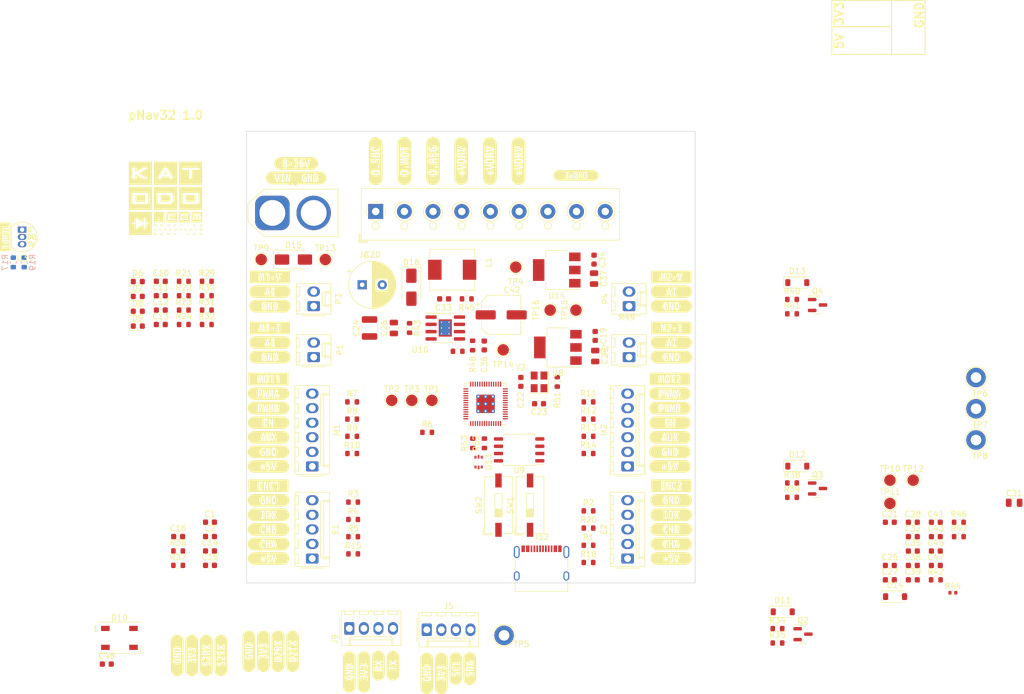
<source format=kicad_pcb>
(kicad_pcb (version 20221018) (generator pcbnew)
  (layers (0 "F.Cu" signal) (31 "B.Cu" signal) (34 "B.Paste" user) (35 "F.Paste" user) (36 "B.SilkS" user "B.Silkscreen") (37 "F.SilkS" user "F.Silkscreen") (38 "B.Mask" user) (39 "F.Mask" user) (44 "Edge.Cuts" user))
  (net 0 "")
  (net 1 "ADC_M1_CURRENT")
  (net 2 "ADC_M2_CURRENT")
  (net 3 "ADC_M1_VOLTAGE")
  (net 4 "ADC_M2_VOLTAGE")
  (net 5 "ADC_MAIN_SUPPLY")
  (net 6 "Net-(U11-XIN)")
  (net 7 "Net-(C23-Pad1)")
  (net 8 "+1V1")
  (net 9 "+3.3VA")
  (net 10 "/Supply and Power/SW")
  (net 11 "Net-(C33-Pad2)")
  (net 12 "/Supply and Power/FB")
  (net 13 "MOT1_P")
  (net 14 "MOT1_N")
  (net 15 "MOT1_EN")
  (net 16 "Vdrive")
  (net 17 "MOT1_AUX")
  (net 18 "MOT2_P")
  (net 19 "MOT2_AUX")
  (net 20 "MOT2_EN")
  (net 21 "MOT2_N")
  (net 22 "VBUS2")
  (net 23 "I2C-SCL")
  (net 24 "I2C-SDA")
  (net 25 "Net-(J12-CC1)")
  (net 26 "/USB_D+")
  (net 27 "/USB_D-")
  (net 29 "Net-(J12-CC2)")
  (net 30 "/Supply and Power/O_SBC")
  (net 32 "Net-(P1-P2)")
  (net 33 "/Supply and Power/O_MOT")
  (net 34 "Net-(P2-P2)")
  (net 35 "Net-(P3-P2)")
  (net 36 "Net-(P4-P2)")
  (net 37 "Net-(Q2-G)")
  (net 38 "Net-(Q3-G)")
  (net 39 "Net-(Q4-G)")
  (net 40 "Net-(U3-DQ)")
  (net 41 "1W_TEMP1")
  (net 42 "PWR_MOT_EN")
  (net 43 "PWR_SBC_EN")
  (net 44 "PWR-REG-EN")
  (net 45 "/QSPI_SS")
  (net 46 "/~{USB_BOOT}")
  (net 47 "Net-(R43-Pad1)")
  (net 48 "/Supply and Power/BS")
  (net 49 "Net-(U11-XOUT)")
  (net 50 "Net-(R52-Pad1)")
  (net 51 "/USB_DP")
  (net 52 "Net-(R53-Pad1)")
  (net 53 "/USB_DN")
  (net 54 "/SWCLK")
  (net 55 "/SWD")
  (net 56 "/QSPI_SD1")
  (net 57 "/QSPI_SD2")
  (net 58 "/QSPI_SD0")
  (net 59 "/QSPI_SCLK")
  (net 60 "/QSPI_SD3")
  (net 64 "/Supply and Power/O_REG")
  (net 65 "+5V")
  (net 66 "+3V3")
  (net 67 "GND")
  (net 69 "E1_CHA")
  (net 70 "E1_CHB")
  (net 72 "AUX1")
  (net 73 "PWMA1")
  (net 74 "PWMB1")
  (net 75 "EN1")
  (net 79 "AUX2")
  (net 80 "PWMA2")
  (net 81 "PWMB2")
  (net 82 "EN2")
  (net 84 "E2_CHA")
  (net 85 "E2_CHB")
  (net 89 "LED_DATA")
  (net 90 "UART_RX")
  (net 91 "UART_TX")
  (net 94 "/~{RESET}")
  (net 95 "I2C-INT")
  (footprint "kibuzzard-6394D4E3" (layer "F.Cu") (at 134 114.83 90)
    (fp_text reference "kibuzzard-6394D4E3" hide)
    (fp_text value "G***" hide)
  )
  (footprint "kibuzzard-6394D524" (layer "F.Cu") (at 108.08 111 90)
    (fp_text reference "kibuzzard-6394D524" hide)
    (fp_text value "G***" hide)
  )
  (footprint "Capacitor_SMD:C_0603_1608Metric" (layer "F.Cu") (at 222.71 88.485)
    (fp_text reference "C41" (at 0 -1.43) (layer "F.SilkS"))
    (fp_text value "100n")
    (pad "1" smd roundrect (at -0.775 0) (size 0.9 0.95) (layers "F.Cu" "F.Paste" "F.Mask") (net 66 "+3V3"))
    (pad "2" smd roundrect (at 0.775 0) (size 0.9 0.95) (layers "F.Cu" "F.Paste" "F.Mask") (net 67 "GND"))
  )
  (footprint "Resistor_SMD:R_0603_1608Metric" (layer "F.Cu") (at 162.181 70.5 180)
    (fp_text reference "R12" (at 0 1.5) (layer "F.SilkS"))
    (fp_text value "1K")
    (pad "1" smd roundrect (at -0.825 0 180) (size 0.8 0.95) (layers "F.Cu" "F.Paste" "F.Mask") (net 81 "PWMB2"))
    (pad "2" smd roundrect (at 0.825 0 180) (size 0.8 0.95) (layers "F.Cu" "F.Paste" "F.Mask") (net 21 "MOT2_N"))
  )
  (footprint "Resistor_SMD:R_0603_1608Metric" (layer "F.Cu") (at 162.181 92.5)
    (fp_text reference "R1" (at 0 -1.43) (layer "F.SilkS"))
    (fp_text value "1K")
    (pad "1" smd roundrect (at -0.825 0) (size 0.8 0.95) (layers "F.Cu" "F.Paste" "F.Mask") (net 84 "E2_CHA"))
    (pad "2" smd roundrect (at 0.825 0) (size 0.8 0.95) (layers "F.Cu" "F.Paste" "F.Mask") (net 84 "E2_CHA"))
  )
  (footprint "kibuzzard-63934268" (layer "F.Cu") (at 176.6 87.188)
    (fp_text reference "kibuzzard-63934268" hide)
    (fp_text value "G***" hide)
  )
  (footprint "kibuzzard-6393426E" (layer "F.Cu") (at 106.409 84.648)
    (fp_text reference "kibuzzard-6393426E" hide)
    (fp_text value "G***" hide)
  )
  (footprint "Diode_SMD:D_SOD-123" (layer "F.Cu") (at 215.605 101.455)
    (fp_text reference "D14" (at 0 -2) (layer "F.SilkS"))
    (fp_text value "B5819W SL")
    (pad "1" smd roundrect (at -1.65 0) (size 0.9 1.2) (layers "F.Cu" "F.Paste" "F.Mask") (net 65 "+5V"))
    (pad "2" smd roundrect (at 1.65 0) (size 0.9 1.2) (layers "F.Cu" "F.Paste" "F.Mask") (net 22 "VBUS2"))
  )
  (footprint "kibuzzard-6394D9EA" (layer "F.Cu") (at 111.252 25.908)
    (fp_text reference "kibuzzard-6394D9EA" hide)
    (fp_text value "G***" hide)
  )
  (footprint "Capacitor_SMD:C_0805_2012Metric" (layer "F.Cu") (at 163.15 46 -90)
    (fp_text reference "C37" (at 0 -1.68 90) (layer "F.SilkS"))
    (fp_text value "10u")
    (pad "1" smd roundrect (at -0.95 0 270) (size 1 1.45) (layers "F.Cu" "F.Paste" "F.Mask") (net 9 "+3.3VA"))
    (pad "2" smd roundrect (at 0.95 0 270) (size 1 1.45) (layers "F.Cu" "F.Paste" "F.Mask") (net 67 "GND"))
  )
  (footprint "Button_Switch_SMD:SW_DIP_SPSTx01_Slide_9.78x4.72mm_W8.61mm_P2.54mm" (layer "F.Cu") (at 152 85.5 90)
    (fp_text reference "SW1" (at 0 -3.42 90) (layer "F.SilkS"))
    (fp_text value "SW_MEC_5G")
    (pad "1" smd rect (at -4.305 0 90) (size 2.44 1.12) (layers "F.Cu" "F.Paste" "F.Mask") (net 67 "GND"))
    (pad "2" smd rect (at 4.305 0 90) (size 2.44 1.12) (layers "F.Cu" "F.Paste" "F.Mask") (net 46 "/~{USB_BOOT}"))
  )
  (footprint "Diode_SMD:D_0603_1608Metric" (layer "F.Cu") (at 83.645 46.51)
    (fp_text reference "D6" (at 0 -1.43) (layer "F.SilkS"))
    (fp_text value "PESD5V0X1BCSFYL")
    (pad "1" smd roundrect (at -0.7875 0) (size 0.875 0.95) (layers "F.Cu" "F.Paste" "F.Mask") (net 67 "GND"))
    (pad "2" smd roundrect (at 0.7875 0) (size 0.875 0.95) (layers "F.Cu" "F.Paste" "F.Mask") (net 1 "ADC_M1_CURRENT"))
  )
  (footprint "Package_TO_SOT_SMD:SOT-23" (layer "F.Cu") (at 202.1025 82.6)
    (fp_text reference "Q3" (at 0 -2.4) (layer "F.SilkS"))
    (fp_text value "BSS138")
    (pad "1" smd roundrect (at -0.9375 -0.95) (size 1.475 0.6) (layers "F.Cu" "F.Paste" "F.Mask") (net 38 "Net-(Q3-G)"))
    (pad "2" smd roundrect (at -0.9375 0.95) (size 1.475 0.6) (layers "F.Cu" "F.Paste" "F.Mask") (net 67 "GND"))
    (pad "3" smd roundrect (at 0.9375 0) (size 1.475 0.6) (layers "F.Cu" "F.Paste" "F.Mask") (net 33 "/Supply and Power/O_MOT"))
  )
  (footprint "Resistor_SMD:R_0603_1608Metric" (layer "F.Cu") (at 162.181 73.5 180)
    (fp_text reference "R13" (at 0 1.5) (layer "F.SilkS"))
    (fp_text value "1K")
    (pad "1" smd roundrect (at -0.825 0 180) (size 0.8 0.95) (layers "F.Cu" "F.Paste" "F.Mask") (net 82 "EN2"))
    (pad "2" smd roundrect (at 0.825 0 180) (size 0.8 0.95) (layers "F.Cu" "F.Paste" "F.Mask") (net 20 "MOT2_EN"))
  )
  (footprint "Resistor_SMD:R_0603_1608Metric" (layer "F.Cu") (at 162.181 67.5 180)
    (fp_text reference "R11" (at 0 1.5) (layer "F.SilkS"))
    (fp_text value "1K")
    (pad "1" smd roundrect (at -0.825 0 180) (size 0.8 0.95) (layers "F.Cu" "F.Paste" "F.Mask") (net 80 "PWMA2"))
    (pad "2" smd roundrect (at 0.825 0 180) (size 0.8 0.95) (layers "F.Cu" "F.Paste" "F.Mask") (net 18 "MOT2_P"))
  )
  (footprint "kibuzzard-6393459E" (layer "F.Cu") (at 106.409 82.108)
    (fp_text reference "kibuzzard-6393459E" hide)
    (fp_text value "G***" hide)
  )
  (footprint "kibuzzard-6393473F" (layer "F.Cu") (at 106.409 68.588)
    (fp_text reference "kibuzzard-6393473F" hide)
    (fp_text value "G***" hide)
  )
  (footprint "katodo:DG300-5.0-09P-13" (layer "F.Cu") (at 125.1 34.29)
    (fp_text reference "J6" (at -2.032 7.62 180) (layer "F.SilkS"))
    (fp_text value "CONN_01x09")
    (pad "1" thru_hole rect (at 0 0) (size 2.6 2.6) (drill 1.3) (layers "*.Cu" "*.Mask") (net 30 "/Supply and Power/O_SBC"))
    (pad "2" thru_hole circle (at 5 0) (size 2.6 2.6) (drill 1.3) (layers "*.Cu" "*.Mask") (net 33 "/Supply and Power/O_MOT"))
    (pad "3" thru_hole circle (at 10 0) (size 2.6 2.6) (drill 1.3) (layers "*.Cu" "*.Mask") (net 64 "/Supply and Power/O_REG"))
    (pad "4" thru_hole circle (at 15 0) (size 2.6 2.6) (drill 1.3) (layers "*.Cu" "*.Mask") (net 16 "Vdrive"))
    (pad "5" thru_hole circle (at 20 0) (size 2.6 2.6) (drill 1.3) (layers "*.Cu" "*.Mask") (net 16 "Vdrive"))
    (pad "6" thru_hole circle (at 25 0) (size 2.6 2.6) (drill 1.3) (layers "*.Cu" "*.Mask") (net 16 "Vdrive"))
    (pad "7" thru_hole circle (at 30 0) (size 2.6 2.6) (drill 1.3) (layers "*.Cu" "*.Mask") (net 67 "GND"))
    (pad "8" thru_hole circle (at 35 0) (size 2.6 2.6) (drill 1.3) (layers "*.Cu" "*.Mask") (net 67 "GND"))
    (pad "9" thru_hole circle (at 40 0) (size 2.6 2.6) (drill 1.3) (layers "*.Cu" "*.Mask") (net 67 "GND"))
  )
  (footprint "kibuzzard-63934B9D" (layer "F.Cu") (at 176.617 48.26)
    (fp_text reference "kibuzzard-63934B9D" hide)
    (fp_text value "G***" hide)
  )
  (footprint "Resistor_SMD:R_0603_1608Metric" (layer "F.Cu") (at 121 73.5)
    (fp_text reference "R9" (at 0 -1.43) (layer "F.SilkS"))
    (fp_text value "1K")
    (pad "1" smd roundrect (at -0.825 0) (size 0.8 0.95) (layers "F.Cu" "F.Paste" "F.Mask") (net 75 "EN1"))
    (pad "2" smd roundrect (at 0.825 0) (size 0.8 0.95) (layers "F.Cu" "F.Paste" "F.Mask") (net 15 "MOT1_EN"))
  )
  (footprint "TestPoint:TestPoint_Pad_D2.0mm" (layer "F.Cu") (at 116.332 42.672)
    (fp_text reference "TP13" (at 0 -1.998) (layer "F.SilkS"))
    (fp_text value "TestPoint")
    (pad "1" smd circle (at 0 0) (size 2 2) (layers "F.Cu" "F.Mask") (net 67 "GND"))
  )
  (footprint "kibuzzard-63934BD9" (layer "F.Cu") (at 176.617 59.69)
    (fp_text reference "kibuzzard-63934BD9" hide)
    (fp_text value "G***" hide)
  )
  (footprint "Package_TO_SOT_SMD:SOT-23" (layer "F.Cu") (at 199.5625 108)
    (fp_text reference "Q2" (at 0 -2.4) (layer "F.SilkS"))
    (fp_text value "BSS138")
    (pad "1" smd roundrect (at -0.9375 -0.95) (size 1.475 0.6) (layers "F.Cu" "F.Paste" "F.Mask") (net 37 "Net-(Q2-G)"))
    (pad "2" smd roundrect (at -0.9375 0.95) (size 1.475 0.6) (layers "F.Cu" "F.Paste" "F.Mask") (net 67 "GND"))
    (pad "3" smd roundrect (at 0.9375 0) (size 1.475 0.6) (layers "F.Cu" "F.Paste" "F.Mask") (net 30 "/Supply and Power/O_SBC"))
  )
  (footprint "Diode_SMD:D_SOD-123" (layer "F.Cu") (at 198.5675 78.7)
    (fp_text reference "D12" (at 0 -2) (layer "F.SilkS"))
    (fp_text value "1N4148W")
    (pad "1" smd roundrect (at -1.65 0) (size 0.9 1.2) (layers "F.Cu" "F.Paste" "F.Mask") (net 16 "Vdrive"))
    (pad "2" smd roundrect (at 1.65 0) (size 0.9 1.2) (layers "F.Cu" "F.Paste" "F.Mask") (net 33 "/Supply and Power/O_MOT"))
  )
  (footprint "Inductor_SMD:L_Chilisin_BMRB00060612" (layer "F.Cu") (at 138.43 44.45)
    (fp_text reference "L1" (at 6.35 -1.27 90) (layer "F.SilkS"))
    (fp_text value "47uH")
    (pad "1" smd rect (at -3.025 0) (size 2.35 3.5) (layers "F.Cu" "F.Paste" "F.Mask") (net 10 "/Supply and Power/SW"))
    (pad "2" smd rect (at 3.025 0) (size 2.35 3.5) (layers "F.Cu" "F.Paste" "F.Mask") (net 65 "+5V"))
  )
  (footprint "TestPoint:TestPoint_Pad_D2.0mm" (layer "F.Cu") (at 149.5 44)
    (fp_text reference "TP4" (at 0 2.54) (layer "F.SilkS"))
    (fp_text value "TestPoint")
    (pad "1" smd circle (at 0 0) (size 2 2) (layers "F.Cu" "F.Mask") (net 67 "GND"))
  )
  (footprint "kibuzzard-639345B8" (layer "F.Cu") (at 176.6 82.108)
    (fp_text reference "kibuzzard-639345B8" hide)
    (fp_text value "G***" hide)
  )
  (footprint "Resistor_SMD:R_0603_1608Metric" (layer "F.Cu") (at 226.72 90.995)
    (fp_text reference "R47" (at 0 -1.43) (layer "F.SilkS"))
    (fp_text value "5.1k")
    (pad "1" smd roundrect (at -0.825 0) (size 0.8 0.95) (layers "F.Cu" "F.Paste" "F.Mask") (net 29 "Net-(J12-CC2)"))
    (pad "2" smd roundrect (at 0.825 0) (size 0.8 0.95) (layers "F.Cu" "F.Paste" "F.Mask") (net 67 "GND"))
  )
  (footprint "Diode_SMD:D_SMA" (layer "F.Cu") (at 131.318 47.498 -90)
    (fp_text reference "D16" (at -4.35 0 -180) (layer "F.SilkS"))
    (fp_text value "SS310")
    (pad "1" smd roundrect (at -2 0 270) (size 2.5 1.8) (layers "F.Cu" "F.Paste" "F.Mask") (roundrect_rratio 0.1388888889) (net 10 "/Supply and Power/SW"))
    (pad "2" smd roundrect (at 2 0 270) (size 2.5 1.8) (layers "F.Cu" "F.Paste" "F.Mask") (roundrect_rratio 0.1388888889) (net 67 "GND"))
  )
  (footprint "Button_Switch_SMD:SW_DIP_SPSTx01_Slide_9.78x4.72mm_W8.61mm_P2.54mm" (layer "F.Cu") (at 146.5 85.5 90)
    (fp_text reference "SW2" (at 0 -3.42 90) (layer "F.SilkS"))
    (fp_text value "SW_MEC_5G")
    (pad "1" smd rect (at -4.305 0 90) (size 2.44 1.12) (layers "F.Cu" "F.Paste" "F.Mask") (net 67 "GND"))
    (pad "2" smd rect (at 4.305 0 90) (size 2.44 1.12) (layers "F.Cu" "F.Paste" "F.Mask") (net 94 "/~{RESET}"))
  )
  (footprint "Resistor_SMD:R_0603_1608Metric" (layer "F.Cu") (at 121.175 88)
    (fp_text reference "R4" (at 0 -1.43) (layer "F.SilkS"))
    (fp_text value "1K")
    (pad "1" smd roundrect (at -0.825 0) (size 0.8 0.95) (layers "F.Cu" "F.Paste" "F.Mask") (net 69 "E1_CHA"))
    (pad "2" smd roundrect (at 0.825 0) (size 0.8 0.95) (layers "F.Cu" "F.Paste" "F.Mask") (net 69 "E1_CHA"))
  )
  (footprint "kibuzzard-63934273" (layer "F.Cu") (at 106.409 78.748)
    (fp_text reference "kibuzzard-63934273" hide)
    (fp_text value "G***" hide)
  )
  (footprint "Resistor_SMD:R_0603_1608Metric" (layer "F.Cu") (at 121 76.5)
    (fp_text reference "R10" (at 0 -1.43) (layer "F.SilkS"))
    (fp_text value "1K")
    (pad "1" smd roundrect (at -0.825 0) (size 0.8 0.95) (layers "F.Cu" "F.Paste" "F.Mask") (net 72 "AUX1"))
    (pad "2" smd roundrect (at 0.825 0) (size 0.8 0.95) (layers "F.Cu" "F.Paste" "F.Mask") (net 17 "MOT1_AUX"))
  )
  (footprint "Resistor_SMD:R_0603_1608Metric" (layer "F.Cu") (at 91.665 54)
    (fp_text reference "R24" (at 0 -1.43) (layer "F.SilkS"))
    (fp_text value "1K")
    (pad "1" smd roundrect (at -0.825 0) (size 0.8 0.95) (layers "F.Cu" "F.Paste" "F.Mask") (net 34 "Net-(P2-P2)"))
    (pad "2" smd roundrect (at 0.825 0) (size 0.8 0.95) (layers "F.Cu" "F.Paste" "F.Mask") (net 2 "ADC_M2_CURRENT"))
  )
  (footprint "Connector_AMASS:AMASS_XT60-F_1x02_P7.20mm_Vertical" (layer "F.Cu") (at 107.1 34.544)
    (fp_text reference "J1" (at 3.6 -5.3 180) (layer "F.SilkS"))
    (fp_text value "Power Input")
    (pad "1" thru_hole roundrect (at 0 0) (size 6 6) (drill 4.5) (layers "*.Cu" "*.Mask") (net 16 "Vdrive"))
    (pad "2" thru_hole circle (at 7.2 0) (size 6 6) (drill 4.5) (layers "*.Cu" "*.Mask") (net 67 "GND"))
  )
  (footprint "Package_TO_SOT_SMD:SOT-223-3_TabPin2" (layer "F.Cu") (at 156.85 58 180)
    (fp_text reference "U8" (at 0 -4.5) (layer "F.SilkS"))
    (fp_text value "TLV1117LV33DCYR")
    (pad "1" smd rect (at -3.15 -2.3 180) (size 2 1.5) (layers "F.Cu" "F.Paste" "F.Mask") (net 67 "GND"))
    (pad "2" smd rect (at -3.15 0 180) (size 2 1.5) (layers "F.Cu" "F.Paste" "F.Mask") (net 66 "+3V3"))
    (pad "2" smd rect (at 3.15 0 180) (size 2 3.8) (layers "F.Cu" "F.Paste" "F.Mask") (net 66 "+3V3"))
    (pad "3" smd rect (at -3.15 2.3 180) (size 2 1.5) (layers "F.Cu" "F.Paste" "F.Mask") (net 65 "+5V"))
  )
  (footprint "Capacitor_SMD:C_0805_2012Metric" (layer "F.Cu") (at 236.36 85.085)
    (fp_text reference "C31" (at 0 -1.68) (layer "F.SilkS"))
    (fp_text value "10u")
    (pad "1" smd roundrect (at -0.95 0) (size 1 1.45) (layers "F.Cu" "F.Paste" "F.Mask") (net 66 "+3V3"))
    (pad "2" smd roundrect (at 0.95 0) (size 1 1.45) (layers "F.Cu" "F.Paste" "F.Mask") (net 67 "GND"))
  )
  (footprint "Capacitor_SMD:C_0603_1608Metric" (layer "F.Cu") (at 163.15 42.69 -90)
    (fp_text reference "C34" (at 0 -1.43 90) (layer "F.SilkS"))
    (fp_text value "1u")
    (pad "1" smd roundrect (at -0.775 0 270) (size 0.9 0.95) (layers "F.Cu" "F.Paste" "F.Mask") (net 65 "+5V"))
    (pad "2" smd roundrect (at 0.775 0 270) (size 0.9 0.95) (layers "F.Cu" "F.Paste" "F.Mask") (net 67 "GND"))
  )
  (footprint "TestPoint:TestPoint_Pad_D2.0mm" (layer "F.Cu") (at 160 51.5 180)
    (fp_text reference "TP15" (at 2 0 90) (layer "F.SilkS"))
    (fp_text value "TestPoint")
    (pad "1" smd circle (at 0 0 180) (size 2 2) (layers "F.Cu" "F.Mask") (net 66 "+3V3"))
  )
  (footprint "kibuzzard-63934574" (layer "F.Cu") (at 106.409 92.268)
    (fp_text reference "kibuzzard-63934574" hide)
    (fp_text value "G***" hide)
  )
  (footprint "Connector_Molex:Molex_KK-254_AE-6410-06A_1x06_P2.54mm_Vertical" (layer "F.Cu") (at 169 78.748 90)
    (fp_text reference "M2" (at 6.35 -4.12 90) (layer "F.SilkS"))
    (fp_text value "~")
    (pad "1" thru_hole roundrect (at 0 0 90) (size 1.74 2.19) (drill 1.19) (layers "*.Cu" "*.Mask") (roundrect_rratio 0.1436781609) (net 65 "+5V"))
    (pad "2" thru_hole oval (at 2.54 0 90) (size 1.74 2.19) (drill 1.19) (layers "*.Cu" "*.Mask") (net 67 "GND"))
    (pad "3" thru_hole oval (at 5.08 0 90) (size 1.74 2.19) (drill 1.19) (layers "*.Cu" "*.Mask") (net 79 "AUX2"))
    (pad "4" thru_hole oval (at 7.62 0 90) (size 1.74 2.19) (drill 1.19) (layers "*.Cu" "*.Mask") (net 82 "EN2"))
    (pad "5" thru_hole oval (at 10.16 0 90) (size 1.74 2.19) (drill 1.19) (layers "*.Cu" "*.Mask") (net 81 "PWMB2"))
    (pad "6" thru_hole oval (at 12.7 0 90) (size 1.74 2.19) (drill 1.19) (layers "*.Cu" "*.Mask") (net 80 "PWMA2"))
  )
  (footprint "kibuzzard-63934BD1" (layer "F.Cu") (at 176.617 57.15)
    (fp_text reference "kibuzzard-63934BD1" hide)
    (fp_text value "G***" hide)
  )
  (footprint "Capacitor_SMD:C_0603_1608Metric" (layer "F.Cu") (at 222.71 96.015)
    (fp_text reference "C47" (at 0 -1.43) (layer "F.SilkS"))
    (fp_text value "100n")
    (pad "1" smd roundrect (at -0.775 0) (size 0.9 0.95) (layers "F.Cu" "F.Paste" "F.Mask") (net 66 "+3V3"))
    (pad "2" smd roundrect (at 0.775 0) (size 0.9 0.95) (layers "F.Cu" "F.Paste" "F.Mask") (net 67 "GND"))
  )
  (footprint "kibuzzard-6394D57A" (layer "F.Cu") (at 98.13 111.715 90)
    (fp_text reference "kibuzzard-6394D57A" hide)
    (fp_text value "G***" hide)
  )
  (footprint "kibuzzard-63AAD233" (layer "F.Cu") (at 160 28)
    (fp_text reference "kibuzzard-63AAD233" hide)
    (fp_text value "G***" hide)
  )
  (footprint "Resistor_SMD:R_0603_1608Metric" (layer "F.Cu") (at 95.675 54)
    (fp_text reference "R32" (at 0 -1.43) (layer "F.SilkS"))
    (fp_text value "1K")
    (pad "1" smd roundrect (at -0.825 0) (size 0.8 0.95) (layers "F.Cu" "F.Paste" "F.Mask") (net 36 "Net-(P4-P2)"))
    (pad "2" smd roundrect (at 0.825 0) (size 0.8 0.95) (layers "F.Cu" "F.Paste" "F.Mask") (net 4 "ADC_M2_VOLTAGE"))
  )
  (footprint "Resistor_SMD:R_0603_1608Metric" (layer "F.Cu") (at 121.175 94)
    (fp_text reference "R15" (at 0 -1.43) (layer "F.SilkS"))
    (fp_text value "1K96")
    (pad "1" smd roundrect (at -0.825 0) (size 0.8 0.95) (layers "F.Cu" "F.Paste" "F.Mask") (net 67 "GND"))
    (pad "2" smd roundrect (at 0.825 0) (size 0.8 0.95) (layers "F.Cu" "F.Paste" "F.Mask") (net 70 "E1_CHB"))
  )
  (footprint "Resistor_SMD:R_0603_1608Metric" (layer "F.Cu") (at 195.1125 109.54)
    (fp_text reference "R35" (at 0 -1.43) (layer "F.SilkS"))
    (fp_text value "10K")
    (pad "1" smd roundrect (at -0.825 0) (size 0.8 0.95) (layers "F.Cu" "F.Paste" "F.Mask") (net 37 "Net-(Q2-G)"))
    (pad "2" smd roundrect (at 0.825 0) (size 0.8 0.95) (layers "F.Cu" "F.Paste" "F.Mask") (net 67 "GND"))
  )
  (footprint "Connector_Molex:Molex_KK-254_AE-6410-04A_1x04_P2.54mm_Vertical" (layer "F.Cu") (at 134 107.23)
    (fp_text reference "J5" (at 3.81 -4.12) (layer "F.SilkS"))
    (fp_text value "CONN_01x04")
    (pad "1" thru_hole roundrect (at 0 0) (size 1.74 2.19) (drill 1.19) (layers "*.Cu" "*.Mask") (roundrect_rratio 0.1436781609) (net 67 "GND"))
    (pad "2" thru_hole oval (at 2.54 0) (size 1.74 2.19) (drill 1.19) (layers "*.Cu" "*.Mask") (net 66 "+3V3"))
    (pad "3" thru_hole oval (at 5.08 0) (size 1.74 2.19) (drill 1.19) (layers "*.Cu" "*.Mask") (net 23 "I2C-SCL"))
    (pad "4" thru_hole oval (at 7.62 0) (size 1.74 2.19) (drill 1.19) (layers "*.Cu" "*.Mask") (net 24 "I2C-SDA"))
  )
  (footprint "TestPoint:TestPoint_Loop_D2.50mm_Drill1.85mm" (layer "F.Cu") (at 229.71 63.245)
    (fp_text reference "TP6" (at 0.7 2.8) (layer "F.SilkS"))
    (fp_text value "TESTPAD")
    (pad "1" thru_hole circle (at 0 0) (size 3.4 3.4) (drill 1.85) (layers "*.Cu" "*.Mask") (net 67 "GND"))
  )
  (footprint "kibuzzard-63AACC29" (layer "F.Cu") (at 130.1 25.5 90)
    (fp_text reference "kibuzzard-63AACC29" hide)
    (fp_text value "G***" hide)
  )
  (footprint "kibuzzard-6394D4F3" (layer "F.Cu") (at 136.54 114.83 90)
    (fp_text reference "kibuzzard-6394D4F3" hide)
    (fp_text value "G***" hide)
  )
  (footprint "TestPoint:TestPoint_Pad_D2.0mm" (layer "F.Cu") (at 214.71 81.155)
    (fp_text reference "TP10" (at 0 -1.998) (layer "F.SilkS"))
    (fp_text value "TestPoint")
    (pad "1" smd circle (at 0 0) (size 2 2) (layers "F.Cu" "F.Mask") (net 22 "VBUS2"))
  )
  (footprint "kibuzzard-63934760" (layer "F.Cu") (at 176.366 76.208)
    (fp_text reference "kibuzzard-63934760" hide)
    (fp_text value "G***" hide)
  )
  (footprint "kibuzzard-63934735" (layer "F.Cu") (at 106.409 66.048)
    (fp_text reference "kibuzzard-63934735" hide)
    (fp_text value "G***" hide)
  )
  (footprint "TestPoint:TestPoint_Loop_D2.50mm_Drill1.85mm" (layer "F.Cu") (at 147.47 108.215)
    (fp_text reference "TP5" (at 3.048 1.524 180) (layer "F.SilkS"))
    (fp_text value "TESTPAD")
    (pad "1" thru_hole circle (at 0 0) (size 3.4 3.4) (drill 1.85) (layers "*.Cu" "*.Mask") (net 67 "GND"))
  )
  (footprint "LED_SMD:LED_WS2812B_PLCC4_5.0x5.0mm_P3.2mm" (layer "F.Cu") (at 80.45 108.65)
    (fp_text reference "D10" (at 0 -3.5) (layer "F.SilkS"))
    (fp_text value "WS2812B")
    (fp_text user "1" (at -4.15 -1.6) (layer "F.SilkS"))
    (pad "1" smd rect (at -2.45 -1.65) (size 1.5 0.9) (layers "F.Cu" "F.Paste" "F.Mask") (net 66 "+3V3"))
    (pad "2" smd rect (at -2.45 1.65) (size 1.5 0.9) (layers "F.Cu" "F.Paste" "F.Mask"))
    (pad "3" smd rect (at 2.45 1.65) (size 1.5 0.9) (layers "F.Cu" "F.Paste" "F.Mask") (net 67 "GND"))
    (pad "4" smd rect (at 2.45 -1.65) (size 1.5 0.9) (layers "F.Cu" "F.Paste" "F.Mask") (net 89 "LED_DATA"))
  )
  (footprint "kibuzzard-63AAD280" (layer "F.Cu") (at 150 25.5 90)
    (fp_text reference "kibuzzard-63AAD280" hide)
    (fp_text value "G***" hide)
  )
  (footprint "Resistor_SMD:R_0603_1608Metric" (layer "F.Cu") (at 197.6525 84.14)
    (fp_text reference "R39" (at 0 -1.43) (layer "F.SilkS"))
    (fp_text value "10K")
    (pad "1" smd roundrect (at -0.825 0) (size 0.8 0.95) (layers "F.Cu" "F.Paste" "F.Mask") (net 38 "Net-(Q3-G)"))
    (pad "2" smd roundrect (at 0.825 0) (size 0.8 0.95) (layers "F.Cu" "F.Paste" "F.Mask") (net 67 "GND"))
  )
  (footprint "Capacitor_SMD:C_0603_1608Metric" (layer "F.Cu") (at 218.7 88.485)
    (fp_text reference "C28" (at 0 -1.43) (layer "F.SilkS"))
    (fp_text value "1u")
    (pad "1" smd roundrect (at -0.775 0) (size 0.9 0.95) (layers "F.Cu" "F.Paste" "F.Mask") (net 8 "+1V1"))
    (pad "2" smd roundrect (at 0.775 0) (size 0.9 0.95) (layers "F.Cu" "F.Paste" "F.Mask") (net 67 "GND"))
  )
  (footprint "Capacitor_SMD:C_0603_1608Metric" (layer "F.Cu") (at 222.71 90.995)
    (fp_text reference "C43" (at 0 -1.43) (layer "F.SilkS"))
    (fp_text value "100n")
    (pad "1" smd roundrect (at -0.775 0) (size 0.9 0.95) (layers "F.Cu" "F.Paste" "F.Mask") (net 66 "+3V3"))
    (pad "2" smd roundrect (at 0.775 0) (size 0.9 0.95) (layers "F.Cu" "F.Paste" "F.Mask") (net 67 "GND"))
  )
  (footprint "Connector_Molex:Molex_KK-254_AE-6410-02A_1x02_P2.54mm_Vertical" (layer "F.Cu") (at 169.251 59.69 90)
    (fp_text reference "P2" (at 1.27 -4.12 90) (layer "F.SilkS"))
    (fp_text value "~")
    (pad "1" thru_hole roundrect (at 0 0 90) (size 1.74 2.19) (drill 1.19) (layers "*.Cu" "*.Mask") (roundrect_rratio 0.1436781609) (net 67 "GND"))
    (pad "2" thru_hole oval (at 2.54 0 90) (size 1.74 2.19) (drill 1.19) (layers "*.Cu" "*.Mask") (net 34 "Net-(P2-P2)"))
  )
  (footprint "Resistor_SMD:R_0603_1608Metric" (layer "F.Cu") (at 162.181 86.5)
    (fp_text reference "R2" (at 0 -1.43) (layer "F.SilkS"))
    (fp_text value "1K")
    (pad "1" smd roundrect (at -0.825 0) (size 0.8 0.95) (layers "F.Cu" "F.Paste" "F.Mask") (net 85 "E2_CHB"))
    (pad "2" smd roundrect (at 0.825 0) (size 0.8 0.95) (layers "F.Cu" "F.Paste" "F.Mask") (net 85 "E2_CHB"))
  )
  (footprint "Resistor_SMD:R_0603_1608Metric" (layer "F.Cu") (at 141.986 57.658 90)
    (fp_text reference "R48" (at -3.302 0 90) (layer "F.SilkS"))
    (fp_text value "300k")
    (pad "1" smd roundrect (at -0.825 0 90) (size 0.8 0.95) (layers "F.Cu" "F.Paste" "F.Mask") (net 12 "/Supply and Power/FB"))
    (pad "2" smd roundrect (at 0.825 0 90) (size 0.8 0.95) (layers "F.Cu" "F.Paste" "F.Mask") (net 65 "+5V"))
  )
  (footprint "Resistor_SMD:R_0603_1608Metric" (layer "F.Cu") (at 197.6525 49.626)
    (fp_text reference "R40" (at 0 -1.43) (layer "F.SilkS"))
    (fp_text value "100R")
    (pad "1" smd roundrect (at -0.825 0) (size 0.8 0.95) (layers "F.Cu" "F.Paste" "F.Mask") (net 39 "Net-(Q4-G)"))
    (pad "2" smd roundrect (at 0.825 0) (size 0.8 0.95) (layers "F.Cu" "F.Paste" "F.Mask") (net 44 "PWR-REG-EN"))
  )
  (footprint "kibuzzard-6394D572" (layer "F.Cu") (at 95.59 111.715 90)
    (fp_text reference "kibuzzard-6394D572" hide)
    (fp_text value "G***" hide)
  )
  (footprint "kibuzzard-63934574" (layer "F.Cu") (at 176.6 92.268)
    (fp_text reference "kibuzzard-63934574" hide)
    (fp_text value "G***" hide)
  )
  (footprint "Resistor_SMD:R_0603_1608Metric" (layer "F.Cu") (at 95.675 51.49)
    (fp_text reference "R31" (at 0 -1.43) (layer "F.SilkS"))
    (fp_text value "1K")
    (pad "1" smd roundrect (at -0.825 0) (size 0.8 0.95) (layers "F.Cu" "F.Paste" "F.Mask") (net 35 "Net-(P3-P2)"))
    (pad "2" smd roundrect (at 0.825 0) (size 0.8 0.95) (layers "F.Cu" "F.Paste" "F.Mask") (net 3 "ADC_M1_VOLTAGE"))
  )
  (footprint "Resistor_SMD:R_0603_1608Metric" (layer "F.Cu") (at 134.069 72.804)
    (fp_text reference "R6" (at 0 -1.43) (layer "F.SilkS"))
    (fp_text value "1.1k")
    (pad "1" smd roundrect (at -0.825 0) (size 0.8 0.95) (layers "F.Cu" "F.Paste" "F.Mask") (net 66 "+3V3"))
    (pad "2" smd roundrect (at 0.825 0) (size 0.8 0.95) (layers "F.Cu" "F.Paste" "F.Mask") (net 94 "/~{RESET}"))
  )
  (footprint "Capacitor_SMD:C_0603_1608Metric" (layer "F.Cu") (at 218.7 93.505)
    (fp_text reference "C35" (at 0 -1.43) (layer "F.SilkS"))
    (fp_text value "100n")
    (pad "1" smd roundrect (at -0.775 0) (size 0.9 0.95) (layers "F.Cu" "F.Paste" "F.Mask") (net 66 "+3V3"))
    (pad "2" smd roundrect (at 0.775 0) (size 0.9 0.95) (layers "F.Cu" "F.Paste" "F.Mask") (net 67 "GND"))
  )
  (footprint "Capacitor_SMD:C_0603_1608Metric" (layer "F.Cu") (at 163.35 56 -90)
    (fp_text reference "C19" (at 0 -1.43 90) (layer "F.SilkS"))
    (fp_text value "1u")
    (pad "1" smd roundrect (at -0.775 0 270) (size 0.9 0.95) (layers "F.Cu" "F.Paste" "F.Mask") (net 65 "+5V"))
    (pad "2" smd roundrect (at 0.775 0 270) (size 0.9 0.95) (layers "F.Cu" "F.Paste" "F.Mask") (net 67 "GND"))
  )
  (footprint "Resistor_SMD:R_0603_1608Metric" (layer "F.Cu") (at 162.181 89.5)
    (fp_text reference "R20" (at 0 -1.43) (layer "F.SilkS"))
    (fp_text value "1K96")
    (pad "1" smd roundrect (at -0.825 0) (size 0.8 0.95) (layers "F.Cu" "F.Paste" "F.Mask") (net 67 "GND"))
    (pad "2" smd roundrect (at 0.825 0) (size 0.8 0.95) (layers "F.Cu" "F.Paste" "F.Mask") (net 85 "E2_CHB"))
  )
  (footprint "kibuzzard-63934BD1" (layer "F.Cu") (at 106.68 57.15)
    (fp_text reference "kibuzzard-63934BD1" hide)
    (fp_text value "G***" hide)
  )
  (footprint "Capacitor_SMD:C_0603_1608Metric" (layer "F.Cu") (at 96.225 90.98)
    (fp_text reference "C2" (at 0 -1.43) (layer "F.SilkS"))
    (fp_text value "100n")
    (pad "1" smd roundrect (at -0.775 0) (size 0.9 0.95) (layers "F.Cu" "F.Paste" "F.Mask") (net 65 "+5V"))
    (pad "2" smd roundrect (at 0.775 0) (size 0.9 0.95) (layers "F.Cu" "F.Paste" "F.Mask") (net 67 "GND"))
  )
  (footprint "Connector_Molex:Molex_KK-254_AE-6410-02A_1x02_P2.54mm_Vertical" (layer "F.Cu") (at 114.3 59.69 90)
    (fp_text reference "P1" (at 1.27 4.572 90) (layer "F.SilkS"))
    (fp_text value "~")
    (pad "1" thru_hole roundrect (at 0 0 90) (size 1.74 2.19) (drill 1.19) (layers "*.Cu" "*.Mask") (roundrect_rratio 0.1436781609) (net 67 "GND"))
    (pad "2" thru_hole oval (at 2.54 0 90) (size 1.74 2.19) (drill 1.19) (layers "*.Cu" "*.Mask") (net 32 "Net-(P1-P2)"))
  )
  (footprint "Diode_SMD:D_SOD-123" (layer "F.Cu") (at 196.0275 104.1)
    (fp_text reference "D11" (at 0 -2) (layer "F.SilkS"))
    (fp_text value "1N4148W")
    (pad "1" smd roundrect (at -1.65 0) (size 0.9 1.2) (layers "F.Cu" "F.Paste" "F.Mask") (net 16 "Vdrive"))
    (pad "2" smd roundrect (at 1.65 0) (size 0.9 1.2) (layers "F.Cu" "F.Paste" "F.Mask") (net 30 "/Supply and Power/O_SBC"))
  )
  (footprint "Capacitor_SMD:C_0603_1608Metric" (layer "F.Cu") (at 214.69 98.525)
    (fp_text reference "C27" (at 0 -1.43) (layer "F.SilkS"))
    (fp_text value "100n")
    (pad "1" smd roundrect (at -0.775 0) (size 0.9 0.95) (layers "F.Cu" "F.Paste" "F.Mask") (net 8 "+1V1"))
    (pad "2" smd roundrect (at 0.775 0) (size 0.9 0.95) (layers "F.Cu" "F.Paste" "F.Mask") (net 67 "GND"))
  )
  (footprint "Capacitor_SMD:C_0603_1608Metric" (layer "F.Cu") (at 218.7 98.525)
    (fp_text reference "C39" (at 0 -1.43) (layer "F.SilkS"))
    (fp_text value "1u")
    (pad "1" smd roundrect (at -0.775 0) (size 0.9 0.95) (layers "F.Cu" "F.Paste" "F.Mask") (net 66 "+3V3"))
    (pad "2" smd roundrect (at 0.775 0) (size 0.9 0.95) (layers "F.Cu" "F.Paste" "F.Mask") (net 67 "GND"))
  )
  (footprint "Package_TO_SOT_SMD:SOT-223-3_TabPin2" (layer "F.Cu") (at 156.65 44.5 180)
    (fp_text reference "U14" (at 0 -4.5) (layer "F.SilkS"))
    (fp_text value "TLV1117LV33DCYR")
    (pad "1" smd rect (at -3.15 -2.3 180) (size 2 1.5) (layers "F.Cu" "F.Paste" "F.Mask") (net 67 "GND"))
    (pad "2" smd rect (at -3.15 0 180) (size 2 1.5) (layers "F.Cu" "F.Paste" "F.Mask") (net 9 "+3.3VA"))
    (pad "2" smd rect (at 3.15 0 180) (size 2 3.8) (layers "F.Cu" "F.Paste" "F.Mask") (net 9 "+3.3VA"))
    (pad "3" smd rect (at -3.15 2.3 180) (size 2 1.5) (layers "F.Cu" "F.Paste" "F.Mask") (net 65 "+5V"))
  )
  (footprint "kibuzzard-63934749" (layer "F.Cu") (at 176.366 71.128)
    (fp_text reference "kibuzzard-63934749" hide)
    (fp_text value "G***" hide)
  )
  (footprint "Capacitor_SMD:C_0603_1608Metric" (layer "F.Cu") (at 87.655 46.47)
    (fp_text reference "C10" (at 0 -1.43) (layer "F.SilkS"))
    (fp_text value "100n")
    (pad "1" smd roundrect (at -0.775 0) (size 0.9 0.95) (layers "F.Cu" "F.Paste" "F.Mask") (net 1 "ADC_M1_CURRENT"))
    (pad "2" smd roundrect (at 0.775 0) (size 0.9 0.95) (layers "F.Cu" "F.Paste" "F.Mask") (net 67 "GND"))
  )
  (footprint "kibuzzard-6393456C" (layer "F.Cu") (at 106.409 89.728)
    (fp_text reference "kibuzzard-6393456C" hide)
    (fp_text value "G***" hide)
  )
  (footprint "Resistor_SMD:R_0402_1005Metric" (layer "F.Cu") (at 225.68 100.775)
    (fp_text reference "R44" (at 0 -1.17) (layer "F.SilkS"))
    (fp_text value "DNS")
    (pad "1" smd roundrect (at -0.51 0) (size 0.54 0.64) (layers "F.Cu" "F.Paste" "F.Mask") (net 66 "+3V3"))
    (pad "2" smd roundrect (at 0.51 0) (size 0.54 0.64) (layers "F.Cu" "F.Paste" "F.Mask") (net 45 "/QSPI_SS"))
  )
  (footprint "Capacitor_SMD:C_0603_1608Metric" (layer "F.Cu") (at 214.69 96.015)
    (fp_text reference "C25" (at 0 -1.43) (layer "F.SilkS"))
    (fp_text value "100n")
    (pad "1" smd roundrect (at -0.775 0) (size 0.9 0.95) (layers "F.Cu" "F.Paste" "F.Mask") (net 8 "+1V1"))
    (pad "2" smd roundrect (at 0.775 0) (size 0.9 0.95) (layers "F.Cu" "F.Paste" "F.Mask") (net 67 "GND"))
  )
  (footprint "kibuzzard-63AAD289" (layer "F.Cu") (at 140 25.5 90)
    (fp_text reference "kibuzzard-63AAD289" hide)
    (fp_text value "G***" hide)
  )
  (footprint "Connector_Molex:Molex_KK-254_AE-6410-05A_1x05_P2.54mm_Vertical" (layer "F.Cu") (at 169 94.808 90)
    (fp_text reference "E2" (at 5.08 -4.12 90) (layer "F.SilkS"))
    (fp_text value "~")
    (pad "1" thru_hole roundrect (at 0 0 90) (size 1.74 2.19) (drill 1.19) (layers "*.Cu" "*.Mask") (roundrect_rratio 0.1436781609) (net 65 "+5V"))
    (pad "2" thru_hole oval (at 2.54 0 90) (size 1.74 2.19) (drill 1.19) (layers "*.Cu" "*.Mask") (net 84 "E2_CHA"))
    (pad "3" thru_hole oval (at 5.08 0 90) (size 1.74 2.19) (drill 1.19) (layers "*.Cu" "*.Mask") (net 85 "E2_CHB"))
    (pad "4" thru_hole oval (at 7.62 0 90) (size 1.74 2.19) (drill 1.19) (layers "*.Cu" "*.Mask"))
    (pad "5" thru_hole oval (at 10.16 0 90) (size 1.74 2.19) (drill 1.19) (layers "*.Cu" "*.Mask") (net 67 "GND"))
  )
  (footprint "Package_SO:SOIC-8-1EP_3.9x4.9mm_P1.27mm_EP2.29x3mm_ThermalVias" (layer "F.Cu") (at 137.225 54.61)
    (fp_text reference "U10" (at -4.383 3.81) (layer "F.SilkS"))
    (fp_text value "TX4139")
    (pad "1" smd roundrect (at -2.475 -1.905) (size 1.95 0.6) (layers "F.Cu" "F.Paste" "F.Mask") (net 10 "/Supply and Power/SW"))
    (pad "2" smd roundrect (at -2.475 -0.635) (size 1.95 0.6) (layers "F.Cu" "F.Paste" "F.Mask") (net 47 "Net-(R43-Pad1)"))
    (pad "3" smd roundrect (at -2.475 0.635) (size 1.95 0.6) (layers "F.Cu" "F.Paste" "F.Mask") (net 16 "Vdrive"))
    (pad "4" smd roundrect (at -2.475 1.905) (size 1.95 0.6) (layers "F.Cu" "F.Paste" "F.Mask") (net 67 "GND"))
    (pad "5" smd roundrect (at 2.475 1.905) (size 1.95 0.6) (layers "F.Cu" "F.Paste" "F.Mask") (net 12 "/Supply and Power/FB"))
    (pad "6" smd roundrect (at 2.475 0.635) (size 1.95 0.6) (layers "F.Cu" "F.Paste" "F.Mask"))
    (pad "7" smd roundrect (at 2.475 -0.635) (size 1.95 0.6) (layers "F.Cu" "F.Paste" "F.Mask"))
    (pad "8" smd roundrect (at 2.475 -1.905) (size 1.95 0.6) (layers "F.Cu" "F.Paste" "F.Mask") (net 48 "/Supply and Power/BS"))
    (pad "9" thru_hole circle (at -0.65 -1) (size 0.5 0.5) (drill 0.2) (layers "*.Cu") (net 47 "Net-(R43-Pad1)"))
    (pad "9" thru_hole circle (at -0.65 0) (size 0.5 0.5) (drill 0.2) (layers "*.Cu") (net 47 "Net-(R43-Pad1)"))
    (pad "9" thru_hole circle (at -0.65 1) (size 0.5 0.5) (drill 0.2) (layers "*.Cu") (net 47 "Net-(R43-Pad1)"))
    (pad "9" smd rect (at 0 0) (size 1.8 2.5) (layers "B.Cu") (net 47 "Net-(R43-Pad1)"))
    (pad "9" smd rect (at 0 0) (size 2.29 3) (layers "F.Cu" "F.Mask") (net 47 "Net-(R43-Pad1)"))
    (pad "9" thru_hole circle (at 0.65 -1) (size 0.5 0.5) (drill 0.2) (layers "*.Cu") (net 47 "Net-(R43-Pad1)"))
    (pad "9" thru_hole circle (at 0.65 0) (size 0.5 0.5) (drill 0.2) (layers "*.Cu") (net 47 "Net-(R43-Pad1)"))
    (pad "9" thru_hole circle (at 0.65 1) (size 0.5 0.5) (drill 0.2) (layers "*.Cu") (net 47 "Net-(R43-Pad1)"))
  )
  (footprint "kibuzzard-63934B92" (layer "F.Cu") (at 106.68 50.8)
    (fp_text reference "kibuzzard-63934B92" hide)
    (fp_text value "G***" hide)
  )
  (footprint "Resistor_SMD:R_0603_1608Metric" (layer "F.Cu") (at 130.995 54.61 -90)
    (fp_text reference "R43" (at 0 -1.43 90) (layer "F.SilkS"))
    (fp_text value "50mΩ")
    (pad "1" smd roundrect (at -0.825 0 270) (size 0.8 0.95) (layers "F.Cu" "F.Paste" "F.Mask") (net 47 "Net-(R43-Pad1)"))
    (pad "2" smd roundrect (at 0.825 0 270) (size 0.8 0.95) (layers "F.Cu" "F.Paste" "F.Mask") (net 16 "Vdrive"))
  )
  (footprint "Resistor_SMD:R_0603_1608Metric" (layer "F.Cu") (at 144.048 74.722 90)
    (fp_text reference "R52" (at 0 -1.43 90) (layer "F.SilkS"))
    (fp_text value "27")
    (pad "1" smd roundrect (at -0.825 0 90) (size 0.8 0.95) (layers "F.Cu" "F.Paste" "F.Mask") (net 50 "Net-(R52-Pad1)"))
    (pad "2" smd roundrect (at 0.825 0 90) (size 0.8 0.95) (layers "F.Cu" "F.Paste" "F.Mask") (net 51 "/USB_DP"))
  )
  (footprint "kibuzzard-63934BC4" (layer "F.Cu") (at 176.617 54.61)
    (fp_text reference "kibuzzard-63934BC4" hide)
    (fp_text value "G***" hide)
  )
  (footprint "Package_TO_SOT_SMD:SOT-666" (layer "F.Cu") (at 143.032 77.996 -90)
    (fp_text reference "U13" (at 0 -1.75 90) (layer "F.SilkS"))
    (fp_text value "USBLC6-2P6")
    (pad "1" smd rect (at -0.85 -0.5375 270) (size 0.5 0.375) (layers "F.Cu" "F.Paste" "F.Mask") (net 50 "Net-(R52-Pad1)"))
    (pad "2" smd rect (at -0.925 0 270) (size 0.65 0.3) (layers "F.Cu" "F.Paste" "F.Mask") (net 67 "GND"))
    (pad "3" smd rect (at -0.85 0.5375 270) (size 0.5 0.375) (layers "F.Cu" "F.Paste" "F.Mask") (net 52 "Net-(R53-Pad1)"))
    (pad "4" smd rect (at 0.85 0.5375 270) (size 0.5 0.375) (layers "F.Cu" "F.Paste" "F.Mask") (net 27 "/USB_D-"))
    (pad "5" smd rect (at 0.925 0 270) (size 0.65 0.3) (layers "F.Cu" "F.Paste" "F.Mask") (net 22 "VBUS2"))
    (pad "6" smd rect (at 0.85 -0.5375 270) (size 0.5 0.375) (layers "F.Cu" "F.Paste" "F.Mask") (net 26 "/USB_D+"))
  )
  (footprint "Capacitor_SMD:C_0805_2012Metric" (layer "F.Cu") (at 128.27 54.61 90)
    (fp_text reference "C26" (at 0 -1.68 90) (layer "F.SilkS"))
    (fp_text value "100nF 100V")
    (pad "1" smd roundrect (at -0.95 0 90) (size 1 1.45) (layers "F.Cu" "F.Paste" "F.Mask") (net 16 "Vdrive"))
    (pad "2" smd roundrect (at 0.95 0 90) (size 1 1.45) (layers "F.Cu" "F.Paste" "F.Mask") (net 67 "GND"))
  )
  (footprint "kibuzzard-6394D4E3" (layer "F.Cu") (at 120.5 114.6 90)
    (fp_text reference "kibuzzard-6394D4E3" hide)
    (fp_text value "G***" hide)
  )
  (footprint "kibuzzard-653A01FC" (layer "F.Cu") (at 139.08 114 90)
    (fp_text reference "kibuzzard-653A01FC" hide)
    (fp_text value "G***" hide)
  )
  (footprint "Capacitor_SMD:C_0603_1608Metric" (layer "F.Cu") (at 218.7 90.995)
    (fp_text reference "C32" (at 0 -1.43) (layer "F.SilkS"))
    (fp_text value "100n")
    (pad "1" smd roundrect (at -0.775 0) (size 0.9 0.95) (layers "F.Cu" "F.Paste" "F.Mask") (net 9 "+3.3VA"))
    (pad "2" smd roundrect (at 0.775 0) (size 0.9 0.95) (layers "F.Cu" "F.Paste" "F.Mask") (net 67 "GND"))
  )
  (footprint "kibuzzard-6394D4F3" (layer "F.Cu") (at 123.04 114.6 90)
    (fp_text reference "kibuzzard-6394D4F3" hide)
    (fp_text value "G***" hide)
  )
  (footprint "kibuzzard-63934B92" (layer "F.Cu") (at 176.617 50.8)
    (fp_text reference "kibuzzard-63934B92" hide)
    (fp_text value "G***" hide)
  )
  (footprint "Connector_USB:USB_C_Receptacle_XKB_U262-16XN-4BVC11" (layer "F.Cu") (at 154 96.775)
    (fp_text reference "J12" (at 0 -5.715) (layer "F.SilkS"))
    (fp_text value "CPU1 USB")
    (pad "" np_thru_hole circle (at -2.89 -2.605) (size 0.65 0.65) (drill 0.65) (layers "*.Cu" "*.Mask"))
    (pad "" np_thru_hole circle (at 2.89 -2.605) (size 0.65 0.65) (drill 0.65) (layers "*.Cu" "*.Mask"))
    (pad "A1" smd rect (at -3.35 -3.67) (size 0.3 1.15) (layers "F.Cu" "F.Paste" "F.Mask") (net 67 "GND"))
    (pad "A4" smd rect (at -2.55 -3.67) (size 0.3 1.15) (layers "F.Cu" "F.Paste" "F.Mask") (net 22 "VBUS2"))
    (pad "A5" smd rect (at -1.25 -3.67) (size 0.3 1.15) (layers "F.Cu" "F.Paste" "F.Mask") (net 25 "Net-(J12-CC1)"))
    (pad "A6" smd rect (at -0.25 -3.67) (size 0.3 1.15) (layers "F.Cu" "F.Paste" "F.Mask") (net 26 "/USB_D+"))
    (pad "A7" smd rect (at 0.25 -3.67) (size 0.3 1.15) (layers "F.Cu" "F.Paste" "F.Mask") (net 27 "/USB_D-"))
    (pad "A8" smd rect (at 1.25 -3.67) (size 0.3 1.15) (layers "F.Cu" "F.Paste" "F.Mask"))
    (pad "A9" smd rect (at 2.55 -3.67) (size 0.3 1.15) (layers "F.Cu" "F.Paste" "F.Mask") (net 22 "VBUS2"))
    (pad "A12" smd rect (at 3.35 -3.67) (size 0.3 1.15) (layers "F.Cu" "F.Paste" "F.Mask") (net 67 "GND"))
    (pad "B1" smd rect (at 3.05 -3.67) (size 0.3 1.15) (layers "F.Cu" "F.Paste" "F.Mask") (net 67 "GND"))
    (pad "B4" smd rect (at 2.25 -3.67) (size 0.3 1.15) (layers "F.Cu" "F.Paste" "F.Mask") (net 22 "VBUS2"))
    (pad "B5" smd rect (at 1.75 -3.67) (size 0.3 1.15) (layers "F.Cu" "F.Paste" "F.Mask") (net 29 "Net-(J12-CC2)"))
    (pad "B6" smd rect (at 0.75 -3.67) (size 0.3 1.15) (layers "F.Cu" "F.Paste" "F.Mask") (net 26 "/USB_D+"))
    (pad "B7" smd rect (at -0.75 -3.67) (size 0.3 1.15) (layers "F.Cu" "F.Paste" "F.Mask") (net 27 "/USB_D-"))
    (pad "B8" smd rect (at -1.75 -3.67) (size 0.3 1.15) (layers "F.Cu" "F.Paste" "F.Mask"))
    (pad "B9" smd rect (at -2.25 -3.67) (size 0.3 1.15) (layers "F.Cu" "F.Paste" "F.Mask") (net 22 "VBUS2"))
    (pad "B12" smd rect (at -3.05 -3.67) (size 0.3 1.15) (layers "F.Cu" "F.Paste" "F.Mask") (net 67 "GND"))
    (pad "S1" thru_hole oval (at -4.32 -3.105) (size 1 2.1) (drill oval 0.6 1.7) (layers "*.Cu" "*.Mask") (net 67 "GND"))
    (pad "S1" thru_hole oval (at -4.32 1.075) (size 1 1.6) (drill oval 0.6 1.2) (layers "*.Cu" "*.Mask") (net 67 "GND"))
    (pad "S1" thru_hole oval (at 4.32 -3.105) (size 1 2.1) (drill oval 0.6 1.7) (layers "*.Cu" "*.Mask") (net 67 "GND"))
    (pad "S1" thru_hole oval (at 4.32 1.075) (size 1 1.6) (drill oval 0.6 1.2) (layers "*.Cu" "*.Mask") (net 67 "GND"))
  )
  (footprint "kibuzzard-63934749" (layer "F.Cu") (at 106.409 71.128)
    (fp_text reference "kibuzzard-63934749" hide)
    (fp_text value "G***" hide)
  )
  (footprint "Resistor_SMD:R_0603_1608Metric" (layer "F.Cu") (at 91.665 51.49)
    (fp_text reference "R23" (at 0 -1.43) (layer "F.SilkS"))
    (fp_text value "1K")
    (pad "1" smd roundrect (at -0.825 0) (size 0.8 0.95) (layers "F.Cu" "F.Paste" "F.Mask") (net 32 "Net-(P1-P2)"))
    (pad "2" smd roundrect (at 0.825 0) (size 0.8 0.95) (layers "F.Cu" "F.Paste" "F.Mask") (net 1 "ADC_M1_CURRENT"))
  )
  (footprint "kibuzzard-6393426E" (layer "F.Cu") (at 176.6 84.648)
    (fp_text reference "kibuzzard-6393426E" hide)
    (fp_text value "G***" hide)
  )
  (footprint "kibuzzard-6394D4E3" (layer "F.Cu") (at 103 111 90)
    (fp_text reference "kibuzzard-6394D4E3" hide)
    (fp_text value "G***" hide)
  )
  (footprint "Capacitor_THT:CP_Radial_D8.0mm_P3.50mm" (layer "F.Cu") (at 122.744698 47.075)
    (fp_text reference "C20" (at 1.75 -5.25) (layer "F.SilkS"))
    (fp_text value "47uF 63V solid")
    (pad "1" thru_hole rect (at 0 0) (size 1.6 1.6) (drill 0.8) (layers "*.Cu" "*.Mask") (net 16 "Vdrive"))
    (pad "2" thru_hole circle (at 3.5 0) (size 1.6 1.6) (drill 0.8) (layers "*.Cu" "*.Mask") (net 67 "GND"))
  )
  (footprint "Resistor_SMD:R_0603_1608Metric" (layer "F.Cu") (at 121 70.5)
    (fp_text reference "R8" (at 0 -1.43) (layer "F.SilkS"))
    (fp_text value "1K")
    (pad "1" smd roundrect (at -0.825 0) (size 0.8 0.95) (layers "F.Cu" "F.Paste" "F.Mask") (net 74 "PWMB1"))
    (pad "2" smd roundrect (at 0.825 0) (size 0.8 0.95) (layers "F.Cu" "F.Paste" "F.Mask") (net 14 "MOT1_N"))
  )
  (footprint "kibuzzard-63934BBB" (layer "F.Cu") (at 176.617 45.72)
    (fp_text reference "kibuzzard-63934BBB" hide)
    (fp_text value "G***" hide)
  )
  (footprint "Resistor_SMD:R_0603_1608Metric" (layer "F.Cu") (at 91.665 46.47)
    (fp_text reference "R21" (at 0 -1.43) (layer "F.SilkS"))
    (fp_text value "10K")
    (pad "1" smd roundrect (at -0.825 0) (size 0.8 0.95) (layers "F.Cu" "F.Paste" "F.Mask") (net 1 "ADC_M1_CURRENT"))
    (pad "2" smd roundrect (at 0.825 0) (size 0.8 0.95) (layers "F.Cu" "F.Paste" "F.Mask") (net 67 "GND"))
  )
  (footprint "Capacitor_SMD:C_0603_1608Metric" (layer "F.Cu") (at 222.71 93.505)
    (fp_text reference "C45" (at 0 -1.43) (layer "F.SilkS"))
    (fp_text value "100n")
    (pad "1" smd roundrect (at -0.775 0) (size 0.9 0.95) (layers "F.Cu" "F.Paste" "F.Mask") (net 66 "+3V3"))
    (pad "2" smd roundrect (at 0.775 0) (size 0.9 0.95) (layers "F.Cu" "F.Paste" "F.Mask") (net 67 "GND"))
  )
  (footprint "Resistor_SMD:R_0603_1608Metric" (layer "F.Cu") (at 197.6525 81.63)
    (fp_text reference "R38" (at 0 -1.43) (layer "F.SilkS"))
    (fp_text value "100R")
    (pad "1" smd roundrect (at -0.825 0) (size 0.8 0.95) (layers "F.Cu" "F.Paste" "F.Mask") (net 38 "Net-(Q3-G)"))
    (pad "2" smd roundrect (at 0.825 0) (size 0.8 0.95) (layers "F.Cu" "F.Paste" "F.Mask") (net 43 "PWR_SBC_EN"))
  )
  (footprint "kibuzzard-63AACC58" (layer "F.Cu") (at 135.1 25.5 90)
    (fp_text reference "kibuzzard-63AACC58" hide)
    (fp_text value "G***" hide)
  )
  (footprint "Capacitor_SMD:C_0603_1608Metric" (layer "F.Cu") (at 96.225 96)
    (fp_text reference "C15" (at 0 -1.43) (layer "F.SilkS"))
    (fp_text value "100n")
    (pad "1" smd roundrect (at -0.775 0) (size 0.9 0.95) (layers "F.Cu" "F.Paste" "F.Mask") (net 65 "+5V"))
    (pad "2" smd roundrect (at 0.775 0) (size 0.9 0.95) (layers "F.Cu" "F.Paste" "F.Mask") (net 67 "GND"))
  )
  (footprint "kibuzzard-63934B9D" (layer "F.Cu") (at 106.68 48.26)
    (fp_text reference "kibuzzard-63934B9D" hide)
    (fp_text value "G***" hide)
  )
  (footprint "kibuzzard-63AB02C8" (layer "F.Cu") (at 111.252 28.448)
    (fp_text reference "kibuzzard-63AB02C8" hide)
    (fp_text value "G***" hide)
  )
  (footprint "Capacitor_SMD:C_0603_1608Metric" (layer "F.Cu") (at 218.7 96.015)
    (fp_text reference "C38" (at 0 -1.43) (layer "F.SilkS"))
    (fp_text value "100n")
    (pad "1" smd roundrect (at -0.775 0) (size 0.9 0.95) (layers "F.Cu" "F.Paste" "F.Mask") (net 66 "+3V3"))
    (pad "2" smd roundrect (at 0.775 0) (size 0.9 0.95) (layers "F.Cu" "F.Paste" "F.Mask") (net 67 "GND"))
  )
  (footprint "kibuzzard-6393473F" (layer "F.Cu") (at 176.366 68.588)
    (fp_text reference "kibuzzard-6393473F" hide)
    (fp_text value "G***" hide)
  )
  (footprint "Diode_SMD:D_0603_1608Metric" (layer "F.Cu") (at 83.645 54.28)
    (fp_text reference "D9" (at 0 -1.43) (layer "F.SilkS"))
    (fp_text value "PESD5V0X1BCSFYL")
    (pad "1" smd roundrect (at -0.7875 0) (size 0.875 0.95) (layers "F.Cu" "F.Paste" "F.Mask") (net 67 "GND"))
    (pad "2" smd roundrect (at 0.7875 0) (size 0.875 0.95) (layers "F.Cu" "F.Paste" "F.Mask") (net 4 "ADC_M2_VOLTAGE"))
  )
  (footprint "Resistor_SMD:R_0603_1608Metric" (layer "F.Cu") (at 140.97 49.53 180)
    (fp_text reference "R45" (at 0 -1.524) (layer "F.SilkS"))
    (fp_text value "10Ω")
    (pad "1" smd roundrect (at -0.825 0 180) (size 0.8 0.95) (layers "F.Cu" "F.Paste" "F.Mask") (net 48 "/Supply and Power/BS"))
    (pad "2" smd roundrect (at 0.825 0 180) (size 0.8 0.95) (layers "F.Cu" "F.Paste" "F.Mask") (net 11 "Net-(C33-Pad2)"))
  )
  (footprint "Resistor_SMD:R_0603_1608Metric" (layer "F.Cu") (at 226.72 88.485)
    (fp_text reference "R46" (at 0 -1.43) (layer "F.SilkS"))
    (fp_text value "5.1k")
    (pad "1" smd roundrect (at -0.825 0) (size 0.8 0.95) (layers "F.Cu" "F.Paste" "F.Mask") (net 67 "GND"))
    (pad "2" smd roundrect (at 0.825 0) (size 0.8 0.95) (layers "F.Cu" "F.Paste" "F.Mask") (net 25 "Net-(J12-CC1)"))
  )
  (footprint "kibuzzard-63934273" (layer "F.Cu") (at 176.6 94.808)
    (fp_text reference "kibuzzard-63934273" hide)
    (fp_text value "G***" hide)
  )
  (footprint "Resistor_SMD:R_0603_1608Metric" (layer "F.Cu") (at 162.181 76.5 180)
    (fp_text reference "R14" (at 0 1.5) (layer "F.SilkS"))
    (fp_text value "1K")
    (pad "1" smd roundrect (at -0.825 0 180) (size 0.8 0.95) (layers "F.Cu" "F.Paste" "F.Mask") (net 79 "AUX2"))
    (pad "2" smd roundrect (at 0.825 0 180) (size 0.8 0.95) (layers "F.Cu" "F.Paste" "F.Mask") (net 19 "MOT2_AUX"))
  )
  (footprint "TestPoint:TestPoint_Pad_D2.0mm" (layer "F.Cu") (at 127.894 67.229)
    (fp_text reference "TP2" (at 0 -1.998) (layer "F.SilkS"))
    (fp_text value "TestPoint")
    (pad "1" smd circle (at 0 0) (size 2 2) (layers "F.Cu" "F.Mask") (net 54 "/SWCLK"))
  )
  (footprint "kibuzzard-63934BF1" (layer "F.Cu") (at 106.68 45.72)
    (fp_text reference "kibuzzard-63934BF1" hide)
    (fp_text value "G***" hide)
  )
  (footprint "kibuzzard-63AAD294" (layer "F.Cu") (at 145 25.5 90)
    (fp_text reference "kibuzzard-63AAD294" hide)
    (fp_text value "G***" hide)
  )
  (footprint "Connector_Molex:Molex_KK-254_AE-6410-06A_1x06_P2.54mm_Vertical" (layer "F.Cu") (at 114.049 78.748 90)
    (fp_text reference "M1" (at 6.35 4.298 90) (layer "F.SilkS"))
    (fp_text value "~")
    (pad "1" thru_hole roundrect (at 0 0 90) (size 1.74 2.19) (drill 1.19) (layers "*.Cu" "*.Mask") (roundrect_rratio 0.1436781609) (net 65 "+5V"))
    (pad "2" thru_hole oval (at 2.54 0 90) (size 1.74 2.19) (drill 1.19) (layers "*.Cu" "*.Mask") (net 67 "GND"))
    (pad "3" thru_hole oval (at 5.08 0 90) (size 1.74 2.19) (drill 1.19) (layers "*.Cu" "*.Mask") (net 72 "AUX1"))
    (pad "4" thru_hole oval (at 7.62 0 90) (size 1.74 2.19) (drill 1.19) (layers "*.Cu" "*.Mask") (net 75 "EN1"))
    (pad "5" thru_hole oval (at 10.16 0 90) (size 1.74 2.19) (drill 1.19) (layers "*.Cu" "*.Mask") (net 74 "PWMB1"))
    (pad "6" thru_hole oval (at 12.7 0 90) (size 1.74 2.19) (drill 1.19) (layers "*.Cu" "*.Mask") (net 73 "PWMA1"))
  )
  (footprint "Package_TO_SOT_THT:TO-92_Inline" (layer "F.Cu") (at 63.497 37.46 -90)
    (fp_text reference "U3" (at 4.953 0 180) (layer "F.SilkS"))
    (fp_text value "#DS18B20")
    (pad "1" thru_hole rect (at 0 0 270) (size 1.05 1.5) (drill 0.75) (layers "*.Cu" "*.Mask") (net 67 "GND"))
    (pad "2" thru_hole oval (at 1.27 0 270) (size 1.05 1.5) (drill 0.75) (layers "*.Cu" "*.Mask") (net 40 "Net-(U3-DQ)"))
    (pad "3" thru_hole oval (at 2.54 0 270) (size 1.05 1.5) (drill 0.75) (layers "*.Cu" "*.Mask") (net 66 "+3V3"))
  )
  (footprint "kibuzzard-653A0212" (layer "F.Cu") (at 125.58 113.5 90)
    (fp_text reference "kibuzzard-653A0212" hide)
    (fp_text value "G***" hide)
  )
  (footprint "kibuzzard-63934273" (layer "F.Cu") (at 106.409 94.808)
    (fp_text reference "kibuzzard-63934273" hide)
    (fp_text value "G***" hide)
  )
  (footprint "kibuzzard-63934750" (layer "F.Cu") (at 106.409 73.668)
    (fp_text reference "kibuzzard-63934750" hide)
    (fp_text value "G***" hide)
  )
  (footprint "Resistor_SMD:R_0603_1608Metric" (layer "F.Cu") (at 162.181 95.5)
    (fp_text reference "R18" (at 0 -1.43) (layer "F.SilkS"))
    (fp_text value "1K96")
    (pad "1" smd roundrect (at -0.825 0) (size 0.8 0.95) (layers "F.Cu" "F.Paste" "F.Mask") (net 67 "GND"))
    (pad "2" smd roundrect (at 0.825 0) (size 0.8 0.95) (layers "F.Cu" "F.Paste" "F.Mask") (net 84 "E2_CHA"))
  )
  (footprint "TestPoint:TestPoint_Pad_D2.0mm" (layer "F.Cu") (at 214.71 85.205)
    (fp_text reference "TP11" (at 0 -1.998) (layer "F.SilkS"))
    (fp_text value "TestPoint")
    (pad "1" smd circle (at 0 0) (size 2 2) (layers "F.Cu" "F.Mask") (net 27 "/USB_D-"))
  )
  (footprint "kibuzzard-63934BD9" (layer "F.Cu") (at 106.68 59.69)
    (fp_text reference "kibuzzard-63934BD9" hide)
    (fp_text value "G***" hide)
  )
  (footprint "kibuzzard-6394D4F3" (layer "F.Cu") (at 105.54 111 90)
    (fp_text reference "kibuzzard-6394D4F3" hide)
    (fp_text value "G***" hide)
  )
  (footprint "Connector_Molex:Molex_KK-254_AE-6410-02A_1x02_P2.54mm_Vertical" (layer "F.Cu") (at 114.3 50.8 90)
    (fp_text reference "P3" (at 1.27 4.318 90) (layer "F.SilkS"))
    (fp_text value "~")
    (pad "1" thru_hole roundrect (at 0 0 90) (size 1.74 2.19) (drill 1.19) (layers "*.Cu" "*.Mask") (roundrect_rratio 0.1436781609) (net 67 "GND"))
    (pad "2" thru_hole oval (at 2.54 0 90) (size 1.74 2.19) (drill 1.19) (layers "*.Cu" "*.Mask") (net 35 "Net-(P3-P2)"))
  )
  (footprint "kibuzzard-6394D4E3" (layer "F.Cu") (at 90.51 111.715 90)
    (fp_text reference "kibuzzard-6394D4E3" hide)
    (fp_text value "G***" hide)
  )
  (footprint "Resistor_SMD:R_0603_1608Metric" (layer "F.Cu") (at 90.675 96)
    (fp_text reference "R37" (at 0 -1.43) (layer "F.SilkS"))
    (fp_text value "10K")
    (pad "1" smd roundrect (at -0.825 0) (size 0.8 0.95) (layers "F.Cu" "F.Paste" "F.Mask") (net 5 "ADC_MAIN_SUPPLY"))
    (pad "2" smd roundrect (at 0.825 0) (size 0.8 0.95) (layers "F.Cu" "F.Paste" "F.Mask") (net 67 "GND"))
  )
  (footprint "kibuzzard-63934BF7" (layer "F.Cu") (at 106.68 54.61)
    (fp_text reference "kibuzzard-63934BF7" hide)
    (fp_text value "G***" hide)
  )
  (footprint "Diode_SMD:D_0603_1608Metric" (layer "F.Cu") (at 83.645 49.1)
    (fp_text reference "D7" (at 0 -1.43) (layer "F.SilkS"))
    (fp_text value "PESD5V0X1BCSFYL")
    (pad "1" smd roundrect (at -0.7875 0) (size 0.875 0.95) (layers "F.Cu" "F.Paste" "F.Mask") (net 67 "GND"))
    (pad "2" smd roundrect (at 0.7875 0) (size 0.875 0.95) (layers "F.Cu" "F.Paste" "F.Mask") (net 2 "ADC_M2_CURRENT"))
  )
  (footprint "Resistor_SMD:R_0603_1608Metric" (layer "F.Cu") (at 139.383 58.674)
    (fp_text reference "R49" (at 29.5 -5.922) (layer "F.SilkS"))
    (fp_text value "57.1K")
    (pad "1" smd roundrect (at -0.825 0) (size 0.8 0.95) (layers "F.Cu" "F.Paste" "F.Mask") (net 67 "GND"))
    (pad "2" smd roundrect (at 0.825 0) (size 0.8 0.95) (layers "F.Cu" "F.Paste" "F.Mask") (net 12 "/Supply and Power/FB"))
  )
  (footprint "kibuzzard-63934750" (layer "F.Cu") (at 176.366 73.668)
    (fp_text reference "kibuzzard-63934750" hide)
    (fp_text value "G***" hide)
  )
  (footprint "katodo:Katodo" (layer "F.Cu") (at 88.5 32)
    (fp_text reference "G***" hide)
    (fp_text value "LOGO" hide)
  )
  (footprint "TestPoint:TestPoint_Pad_D2.0mm" (layer "F.Cu") (at 131.394 67.229)
    (fp_text reference "TP3" (at 0 -1.998) (layer "F.SilkS"))
    (fp_text value "TestPoint")
    (pad "1" smd circle (at 0 0) (size 2 2) (layers "F.Cu" "F.Mask") (net 55 "/SWD"))
  )
  (footprint "TestPoint:TestPoint_Pad_D2.0mm" (layer "F.Cu") (at 147.32 58.42)
    (fp_text reference "TP14" (at 0 2.54) (layer "F.SilkS"))
    (fp_text value "TestPoint")
    (pad "1" smd circle (at 0 0) (size 2 2) (layers "F.Cu" "F.Mask") (net 65 "+5V"))
  )
  (footprint "kibuzzard-6393456C" (layer "F.Cu") (at 176.6 89.728)
    (fp_text reference "kibuzzard-6393456C" hide)
    (fp_text value "G***" hide)
  )
  (footprint "Capacitor_SMD:C_0805_2012Metric" (layer "F.Cu") (at 163.35 59.5 -90)
    (fp_text reference "C29" (at 0 -1.68 90) (layer "F.SilkS"))
    (fp_text value "10u")
    (pad "1" smd roundrect (at -0.95 0 270) (size 1 1.45) (layers "F.Cu" "F.Paste" "F.Mask") (net 66 "+3V3"))
    (pad "2" smd roundrect (at 0.95 0 270) (size 1 1.45) (layers "F.Cu" "F.Paste" "F.Mask") (net 67 "GND"))
  )
  (footprint "Capacitor_SMD:C_0603_1608Metric" (layer "F.Cu") (at 87.655 51.49)
    (fp_text reference "C12" (at 0 -1.43) (layer "F.SilkS"))
    (fp_text value "100n")
    (pad "1" smd roundrect (at -0.775 0) (size 0.9 0.95) (layers "F.Cu" "F.Paste" "F.Mask") (net 3 "ADC_M1_VOLTAGE"))
    (pad "2" smd roundrect (at 0.775 0) (size 0.9 0.95) (layers "F.Cu" "F.Paste" "F.Mask") (net 67 "GND"))
  )
  (footprint "Diode_SMD:D_SOD-123" (layer "F.Cu") (at 198.5675 46.696)
    (fp_text reference "D13" (at 0 -2) (layer "F.SilkS"))
    (fp_text value "1N4148W")
    (pad "1" smd roundrect (at -1.65 0) (size 0.9 1.2) (layers "F.Cu" "F.Paste" "F.Mask") (net 16 "Vdrive"))
    (pad "2" smd roundrect (at 1.65 0) (size 0.9 1.2) (layers "F.Cu" "F.Paste" "F.Mask") (net 64 "/Supply and Power/O_REG"))
  )
  (footprint "Resistor_SMD:R_0603_1608Metric" (layer "F.Cu") (at 121 67.5)
    (fp_text reference "R7" (at 0 -1.43) (layer "F.SilkS"))
    (fp_text value "1K")
    (pad "1" smd roundrect (at -0.825 0) (size 0.8 0.95) (layers "F.Cu" "F.Paste" "F.Mask") (net 73 "PWMA1"))
    (pad "2" smd roundrect (at 0.825 0) (size 0.8 0.95) (layers "F.Cu" "F.Paste" "F.Mask") (net 13 "MOT1_P"))
  )
  (footprint "kibuzzard-63AAD7A3" (layer "F.Cu") (at 60.555 38.73 -90)
    (fp_text reference "kibuzzard-63AAD7A3" hide)
    (fp_text value "G***" hide)
  )
  (footprint "kibuzzard-63934273" (layer "F.Cu") (at 176.366 78.748)
    (fp_text reference "kibuzzard-63934273" hide)
    (fp_text value "G***" hide)
  )
  (footprint "Capacitor_SMD:CP_Elec_6.3x7.7" (layer "F.Cu") (at 146.972 52.324)
    (fp_text reference "C42" (at 1.872 -4.35) (layer "F.SilkS"))
    (fp_text value "220uF 25V")
    (pad "1" smd roundrect (at -2.7 0) (size 3.5 1.6) (layers "F.Cu" "F.Paste" "F.Mask") (roundrect_rratio 0.15625) (net 65 "+5V"))
    (pad "2" smd roundrect (at 2.7 0) (size 3.5 1.6) (layers "F.Cu" "F.Paste" "F.Mask") (roundrect_rratio 0.15625) (net 67 "GND"))
  )
  (footprint "kibuzzard-63934774" (layer "F.Cu") (at 176.366 63.508)
    (fp_text reference "kibuzzard-63934774" hide)
    (fp_text value "G***" hide)
  )
  (footprint "Resistor_SMD:R_0603_1608Metric" (layer "F.Cu") (at 90.675 93.49)
    (fp_text reference "R36" (at 0 -1.43) (layer "F.SilkS"))
    (fp_text value "100K")
    (pad "1" smd roundrect (at -0.825 0) (size 0.8 0.95) (layers "F.Cu" "F.Paste" "F.Mask") (net 16 "Vdrive"))
    (pad "2" smd roundrect (at 0.825 0) (size 0.8 0.95) (layers "F.Cu" "F.Paste" "F.Mask") (net 5 "ADC_MAIN_SUPPLY"))
  )
  (footprint "Crystal:Crystal_SMD_3225-4Pin_3.2x2.5mm" (layer "F.Cu") (at 153.569 64.004 90)
    (fp_text reference "Y2" (at 2.54 -3.175) (layer "F.SilkS"))
    (fp_text value "12MHz")
    (pad "1" smd rect (at -1.1 0.85 90) (size 1.4 1.2) (layers "F.Cu" "F.Paste" "F.Mask") (net 7 "Net-(C23-Pad1)"))
    (pad "2" smd rect (at 1.1 0.85 90) (size 1.4 1.2) (layers "F.Cu" "F.Paste" "F.Mask") (net 67 "GND"))
    (pad "3" smd rect (at 1.1 -0.85 90) (size 1.4 1.2) (layers "F.Cu" "F.Paste" "F.Mask") (net 6 "Net-(U11-XIN)"))
    (pad "4" smd rect (at -1.1 -0.85 90) (size 1.4 1.2) (layers "F.Cu" "F.Paste" "F.Mask") (net 67 "GND"))
  )
  (footprint "Resistor_SMD:R_0603_1608Metric" (layer "F.Cu") (at 222.71 98.525)
    (fp_text reference "R42" (at 0 -1.43) (layer "F.SilkS"))
    (fp_text value "1.1k")
    (pad "1" smd roundrect (at -0.825 0) (size 0.8 0.95) (layers "F.Cu" "F.Paste" "F.Mask") (net 46 "/~{USB_BOOT}"))
    (pad "2" smd roundrect (at 0.825 0) (size 0.8 0.95) (layers "F.Cu" "F.Paste" "F.Mask") (net 45 "/QSPI_SS"))
  )
  (footprint "kibuzzard-63934760" (layer "F.Cu") (at 106.409 76.208)
    (fp_text reference "kibuzzard-63934760" hide)
    (fp_text value "G***" hide)
  )
  (footprint "TestPoint:TestPoint_Pad_D2.0mm" (layer "F.Cu") (at 218.76 81.155)
    (fp_text reference "TP12" (at 0 -1.998) (layer "F.SilkS"))
    (fp_text value "TestPoint")
    (pad "1" smd circle (at 0 0) (size 2 2) (layers "F.Cu" "F.Mask") (net 26 "/USB_D+"))
  )
  (footprint "kibuzzard-653A0202" (layer "F.Cu") (at 141.5 114 90)
    (fp_text reference "kibuzzard-653A0202" hide)
    (fp_text value "G***" hide)
  )
  (footprint "Capacitor_SMD:C_0603_1608Metric" (layer "F.Cu") (at 78.245 113.215)
    (fp_text reference "C48" (at 0 -1.43) (layer "F.SilkS"))
    (fp_text value "100n")
    (pad "1" smd roundrect (at -0.775 0) (size 0.9 0.95) (layers "F.Cu" "F.Paste" "F.Mask") (net 66 "+3V3"))
    (pad "2" smd roundrect (at 0.775 0) (size 0.9 0.95) (layers "F.Cu" "F.Paste" "F.Mask") (net 67 "GND"))
  )
  (footprint "Capacitor_SMD:C_0603_1608Metric" (layer "F.Cu") (at 87.655 48.98)
    (fp_text reference "C11" (at 0 -1.43) (layer "F.SilkS"))
    (fp_text value "100n")
    (pad "1" smd roundrect (at -0.775 0) (size 0.9 0.95) (layers "F.Cu" "F.Paste" "F.Mask") (net 2 "ADC_M2_CURRENT"))
    (pad "2" smd roundrect (at 0.775 0) (size 0.9 0.95) (layers "F.Cu" "F.Paste" "F.Mask") (net 67 "GND"))
  )
  (footprint "Resistor_SMD:R_0603_1608Metric" (layer "F.Cu") (at 142.016 74.722 90)
    (fp_text reference "R53" (at 0 -1.43 90) (layer "F.SilkS"))
    (fp_text value "27")
    (pad "1" smd roundrect (at -0.825 0 90) (size 0.8 0.95) (layers "F.Cu" "F.Paste" "F.Mask") (net 52 "Net-(R53-Pad1)"))
    (pad "2" smd roundrect (at 0.825 0 90) (size 0.8 0.95) (layers "F.Cu" "F.Paste" "F.Mask") (net 53 "/USB_DN"))
  )
  (footprint "TestPoint:TestPoint_Loop_D2.50mm_Drill1.85mm" (layer "F.Cu") (at 229.71 68.695)
    (fp_text reference "TP7" (at 0.7 2.8) (layer "F.SilkS"))
    (fp_text value "TESTPAD")
    (pad "1" thru_hole circle (at 0 0) (size 3.4 3.4) (drill 1.85) (layers "*.Cu" "*.Mask") (net 66 "+3V3"))
  )
  (footprint "Package_TO_SOT_SMD:SOT-23" (layer "F.Cu") (at 202.1025 50.596)
    (fp_text reference "Q4" (at 0 -2.4) (layer "F.SilkS"))
    (fp_text value "BSS138")
    (pad "1" smd roundrect (at -0.9375 -0.95) (size 1.475 0.6) (layers "F.Cu" "F.Paste" "F.Mask") (net 39 "Net-(Q4-G)"))
    (pad "2" smd roundrect (at -0.9375 0.95) (size 1.475 0.6) (layers "F.Cu" "F.Paste" "F.Mask") (net 67 "GND"))
    (pad "3" smd roundrect (at 0.9375 0) (size 1.475 0.6) (layers "F.Cu" "F.Paste" "F.Mask") (net 64 "/Supply and Power/O_REG"))
  )
  (footprint "Capacitor_SMD:C_1210_3225Metric" (layer "F.Cu") (at 124.03 54.61 90)
    (fp_text reference "C24" (at 0 -2.3 90) (layer "F.SilkS"))
    (fp_text value "4.7uF 100V")
    (pad "1" smd roundrect (at -1.475 0 90) (size 1.15 2.7) (layers "F.Cu" "F.Paste" "F.Mask") (roundrect_rratio 0.217391) (net 16 "Vdrive"))
    (pad "2" smd roundrect (at 1.475 0 90) (size 1.15 2.7) (layers "F.Cu" "F.Paste" "F.Mask") (roundrect_rratio 0.217391) (net 67 "GND"))
  )
  (footprint "TestPoint:TestPoint_Pad_D2.0mm" (layer "F.Cu") (at 134.894 67.229)
    (fp_text reference "TP1" (at 0 -1.998) (layer "F.SilkS"))
    (fp_text value "TestPoint")
    (pad "1" smd circle (at 0 0) (size 2 2) (layers "F.Cu" "F.Mask") (net 67 "GND"))
  )
  (footprint "Library:RP2040-QFN-56" (layer "F.Cu") (at 144.2545 67.835 180)
    (fp_text reference "U11" hide)
    (fp_text value "RP2040")
    (pad "1" smd roundrect (at -3.4375 -2.6 180) (size 0.875 0.2) (layers "F.Cu" "F.Paste" "F.Mask") (net 66 "+3V3"))
    (pad "2" smd roundrect (at -3.4375 -2.2 180) (size 0.875 0.2) (layers "F.Cu" "F.Paste" "F.Mask") (net 69 "E1_CHA"))
    (pad "3" smd roundrect (at -3.4375 -1.8 180) (size 0.875 0.2) (layers "F.Cu" "F.Paste" "F.Mask") (net 70 "E1_CHB"))
    (pad "4" smd roundrect (at -3.4375 -1.4 180) (size 0.875 0.2) (layers "F.Cu" "F.Paste" "F.Mask") (net 84 "E2_CHA"))
    (pad "5" smd roundrect (at -3.4375 -1 180) (size 0.875 0.2) (layers "F.Cu" "F.Paste" "F.Mask") (net 85 "E2_CHB"))
    (pad "6" smd roundrect (at -3.4375 -0.6 180) (size 0.875 0.2) (layers "F.Cu" "F.Paste" "F.Mask") (net 13 "MOT1_P"))
    (pad "7" smd roundrect (at -3.4375 -0.2 180) (size 0.875 0.2) (layers "F.Cu" "F.Paste" "F.Mask") (net 14 "MOT1_N"))
    (pad "8" smd roundrect (at -3.4375 0.2 180) (size 0.875 0.2) (layers "F.Cu" "F.Paste" "F.Mask") (net 18 "MOT2_P"))
    (pad "9" smd roundrect (at -3.4375 0.6 180) (size 0.875 0.2) (layers "F.Cu" "F.Paste" "F.Mask") (net 21 "MOT2_N"))
    (pad "10" smd roundrect (at -3.4375 1 180) (size 0.875 0.2) (layers "F.Cu" "F.Paste" "F.Mask") (net 66 "+3V3"))
    (pad "11" smd roundrect (at -3.4375 1.4 180) (size 0.875 0.2) (layers "F.Cu" "F.Paste" "F.Mask") (net 17 "MOT1_AUX"))
    (pad "12" smd roundrect (at -3.4375 1.8 180) (size 0.875 0.2) (layers "F.Cu" "F.Paste" "F.Mask") (net 15 "MOT1_EN"))
    (pad "13" smd roundrect (at -3.4375 2.2 180) (size 0.875 0.2) (layers "F.Cu" "F.Paste" "F.Mask") (net 19 "MOT2_AUX"))
    (pad "14" smd roundrect (at -3.4375 2.6 180) (size 0.875 0.2) (layers "F.Cu" "F.Paste" "F.Mask") (net 20 "MOT2_EN"))
    (pad "15" smd roundrect (at -2.6 3.4375 180) (size 0.2 0.875) (layers "F.Cu" "F.Paste" "F.Mask"))
    (pad "16" smd roundrect (at -2.2 3.4375 180) (size 0.2 0.875) (layers "F.Cu" "F.Paste" "F.Mask") (net 42 "PWR_MOT_EN"))
    (pad "17" smd roundrect (at -1.8 3.4375 180) (size 0.2 0.875) (layers "F.Cu" "F.Paste" "F.Mask") (net 43 "PWR_SBC_EN"))
    (pad "18" smd roundrect (at -1.4 3.4375 180) (size 0.2 0.875) (layers "F.Cu" "F.Paste" "F.Mask") (net 44 "PWR-REG-EN"))
    (pad "19" smd roundrect (at -1 3.4375 180) (size 0.2 0.875) (layers "F.Cu" "F.Paste" "F.Mask") (net 67 "GND"))
    (pad "20" smd roundrect (at -0.6 3.4375 180) (size 0.2 0.875) (layers "F.Cu" "F.Paste" "F.Mask") (net 6 "Net-(U11-XIN)"))
    (pad "21" smd roundrect (at -0.2 3.4375 180) (size 0.2 0.875) (layers "F.Cu" "F.Paste" "F.Mask") (net 49 "Net-(U11-XOUT)"))
    (pad "22" smd roundrect (at 0.2 3.4375 180) (size 0.2 0.875) (layers "F.Cu" "F.Paste" "F.Mask") (net 66 "+3V3"))
    (pad "23" smd roundrect (at 0.6 3.4375 180) (size 0.2 0.875) (layers "F.Cu" "F.Paste" "F.Mask") (net 8 "+1V1"))
    (pad "24" smd roundrect (at 1 3.4375 180) (size 0.2 0.875) (layers "F.Cu" "F.Paste" "F.Mask") (net 54 "/SWCLK"))
    (pad "25" smd roundrect (at 1.4 3.4375 180) (size 0.2 0.875) (layers "F.Cu" "F.Paste" "F.Mask") (net 55 "/SWD"))
    (pad "26" smd roundrect (at 1.8 3.4375 180) (size 0.2 0.875) (layers "F.Cu" "F.Paste" "F.Mask") (net 94 "/~{RESET}"))
    (pad "27" smd roundrect (at 2.2 3.4375 180) (size 0.2 0.875) (layers "F.Cu" "F.Paste" "F.Mask") (net 91 "UART_TX"))
    (pad "28" smd roundrect (at 2.6 3.4375 180) (size 0.2 0.875) (layers "F.Cu" "F.Paste" "F.Mask") (net 90 "UART_RX"))
    (pad "29" smd roundrect (at 3.4375 2.6 180) (size 0.875 0.2) (layers "F.Cu" "F.Paste" "F.Mask") (net 89 "LED_DATA"))
    (pad "30" smd roundrect (at 3.4375 2.2 180) (size 0.875 0.2) (layers "F.Cu" "F.Paste" "F.Mask") (net 95 "I2C-INT"))
    (pad "31" smd roundrect (at 3.4375 1.8 180) (size 0.875 0.2) (layers "F.Cu" "F.Paste" "F.Mask") (net 24 "I2C-SDA"))
    (pad "32" smd roundrect (at 3.4375 1.4 180) (size 0.875 0.2) (layers "F.Cu" "F.Paste" "F.Mask") (net 23 "I2C-SCL"))
    (pad "33" smd roundrect (at 3.4375 1 180) (size 0.875 0.2) (layers "F.Cu" "F.Paste" "F.Mask") (net 66 "+3V3"))
    (pad "34" smd roundrect (at 3.4375 0.6 180) (size 0.875 0.2) (layers "F.Cu" "F.Paste" "F.Mask"))
    (pad "35" smd roundrect (at 3.4375 0.2 180) (size 0.875 0.2) (layers "F.Cu" "F.Paste" "F.Mask"))
    (pad "36" smd roundrect (at 3.4375 -0.2 180) (size 0.875 0.2) (layers "F.Cu" "F.Paste" "F.Mask"))
    (pad "37" smd roundrect (at 3.4375 -0.6 180) (size 0.875 0.2) (layers "F.Cu" "F.Paste" "F.Mask"))
    (pad "38" smd roundrect (at 3.4375 -1 180) (size 0.875 0.2) (layers "F.Cu" "F.Paste" "F.Mask"))
    (pad "39" smd roundrect (at 3.4375 -1.4 180) (size 0.875 0.2) (layers "F.Cu" "F.Paste" "F.Mask"))
    (pad "40" smd roundrect (at 3.4375 -1.8 180) (size 0.875 0.2) (layers "F.Cu" "F.Paste" "F.Mask"))
    (pad "41" smd roundrect (at 3.4375 -2.2 180) (size 0.875 0.2) (layers "F.Cu" "F.Paste" "F.Mask"))
    (pad "42" smd roundrect (at 3.4375 -2.6 180) (size 0.875 0.2) (layers "F.Cu" "F.Paste" "F.Mask") (net 66 "+3V3"))
    (pad "43" smd roundrect (at 2.6 -3.4375 180) (size 0.2 0.875) (layers "F.Cu" "F.Paste" "F.Mask") (net 9 "+3.3VA"))
    (pad "44" smd roundrect (at 2.2 -3.4375 180) (size 0.2 0.875) (layers "F.Cu" "F.Paste" "F.Mask") (net 66 "+3V3"))
    (pad "45" smd roundrect (at 1.8 -3.4375 180) (size 0.2 0.875) (layers "F.Cu" "F.Paste" "F.Mask") (net 8 "+1V1"))
    (pad "46" smd roundrect (at 1.4 -3.4375 180) (size 0.2 0.875) (layers "F.Cu" "F.Paste" "F.Mask") (net 53 "/USB_DN"))
    (pad "47" smd roundrect (at 1 -3.4375 180) (size 0.2 0.875) (layers "F.Cu" "F.Paste" "F.Mask") (net 51 "/USB_DP"))
    (pad "48" smd roundrect (at 0.6 -3.4375 180) (size 0.2 0.875) (layers "F.Cu" "F.Paste" "F.Mask") (net 66 "+3V3"))
    (pad "49" smd roundrect (at 0.2 -3.4375 180) (size 0.2 0.875) (layers "F.Cu" "F.Paste" "F.Mask") (net 66 "+3V3"))
    (pad "50" smd roundrect (at -0.2 -3.4375 180) (size 0.2 0.875) (layers "F.Cu" "F.Paste" "F.Mask") (net 8 "+1V1"))
    (pad "51" smd roundrect (at -0.6 -3.4375 180) (size 0.2 0.875) (layers "F.Cu" "F.Paste" "F.Mask") (net 60 "/QSPI_SD3"))
    (pad "52" smd roundrect (at -1 -3.4375 180) (size 0.2 0.875) (layers "F.Cu" "F.Paste" "F.Mask") (net 59 "/QSPI_SCLK"))
    (pad "53" smd roundrect (at -1.4 -3.4375 180) (size 0.2 0.875) (layers "F.Cu" "F.Paste" "F.Mask") (net 58 "/QSPI_SD0"))
    (pad "54" smd roundrect (at -1.8 -3.4375 180) (size 0.2 0.875) (layers "F.Cu" "F.Paste" "F.Mask") (net 57 "/QSPI_SD2"))
    (pad "55" smd roundrect (at -2.2 -3.4375 180) (size 0.2 0.875) (layers "F.Cu" "F.Paste" "F.Mask") (net 56 "/QSPI_SD1"))
    (pad "56" smd roundrect (at -2.6 -3.4375 180) (size 0.2 0.875) (layers "F.Cu" "F.Paste" "F.Mask") (net 45 "/QSPI_SS"))
    (pad "57" thru_hole circle (at -1.275 -1.275 180) (size 0.7 0.7) (drill 0.3) (layers "*.Cu") (net 67 "GND"))
    (pad "57" thru_hole circle (at -1.275 0 180) (size 0.7 0.7) (drill 0.3) (layers "*.Cu") (net 67 "GND"))
    (pad "57" thru_hole circle (at -1.275 1.275 180) (size 0.7 0.7) (drill 0.3) (layers "*.Cu") (net 67 "GND"))
    (pad "57" thru_hole circle (at 0 -1.275 180) (size 0.7 0.7) (drill 0.3) (layers "*.Cu") (net 67 "GND"))
    (pad "57" thru_hole circle (at 0 0 180) (size 0.7 0.7) (drill 0.3) (layers "*.Cu") (net 67 "GND"))
    (pad "57" smd roundrect (at 0 0 180) (size 3.2 3.2) (layers "F.Cu" "F.Mask") (roundrect_rratio 0.045) (net 67 "GND"))
    (pad "57" thru_hole circle (at 0 1.275 180) (size 0.7 0.7) (drill 0.3) (layers "*.Cu") (net 67 "GND"))
    (pad "57" thru_hole circle (at 1.275 -1.275 180) (size 0.7 0.7) (drill 0.3) (layers "*.Cu") (net 67 "GND"))
    (pad "57" thru_hole circle (at 1.275 0 180) (size 0.7 0.7) (drill 0.3) (layers "*.Cu") (net 67 "GND"))
    (pad "57" thru_hole circle (at 1.275 1.275 180) (size 0.7 0.7) (drill 0.3) (layers "*.Cu") (net 67 "GND"))
  )
  (footprint "Capacitor_SMD:C_0603_1608Metric" (layer "F.Cu") (at 96.225 88.47)
    (fp_text reference "C1" (at 0 -1.43) (layer "F.SilkS"))
    (fp_text value "100n")
    (pad "1" smd roundrect (at -0.775 0) (size 0.9 0.95) (layers "F.Cu" "F.Paste" "F.Mask") (net 65 "+5V"))
    (pad "2" smd roundrect (at 0.775 0) (size 0.9 0.95) (layers "F.Cu" "F.Paste" "F.Mask") (net 67 "GND"))
  )
  (footprint "Capacitor_SMD:C_0603_1608Metric" (layer "F.Cu") (at 137.02 49.53)
    (fp_text reference "C33" (at -0.114 1.524) (layer "F.SilkS"))
    (fp_text value "100n")
    (pad "1" smd roundrect (at -0.775 0) (size 0.9 0.95) (layers "F.Cu" "F.Paste" "F.Mask") (net 10 "/Supply and Power/SW"))
    (pad "2" smd roundrect (at 0.775 0) (size 0.9 0.95) (layers "F.Cu" "F.Paste" "F.Mask") (net 11 "Net-(C33-Pad2)"))
  )
  (footprint "Capacitor_SMD:C_0603_1608Metric" (layer "F.Cu") (at 90.675 90.98)
    (fp_text reference "C16" (at 0 -1.43) (layer "F.SilkS"))
    (fp_text value "100n")
    (pad "1" smd roundrect (at -0.775 0) (size 0.9 0.95) (layers "F.Cu" "F.Paste" "F.Mask") (net 5 "ADC_MAIN_SUPPLY"))
    (pad "2" smd roundrect (at 0.775 0) (size 0.9 0.95) (layers "F.Cu" "F.Paste" "F.Mask") (net 67 "GND"))
  )
  (footprint "Capacitor_SMD:C_0603_1608Metric" (layer "F.Cu") (at 144.018 57.658 -90)
    (fp_text reference "C36" (at 3.302 0 90) (layer "F.SilkS"))
    (fp_text value "47pf")
    (pad "1" smd roundrect (at -0.775 0 270) (size 0.9 0.95) (layers "F.Cu" "F.Paste" "F.Mask") (net 65 "+5V"))
    (pad "2" smd roundrect (at 0.775 0 270) (size 0.9 0.95) (layers "F.Cu" "F.Paste" "F.Mask") (net 12 "/Supply and Power/FB"))
  )
  (footprint "Resistor_SMD:R_0603_1608Metric" (layer "F.Cu") (at 95.675 48.98)
    (fp_text reference "R30" (at 0 -1.43) (layer "F.SilkS"))
    (fp_text value "10K")
    (pad "1" smd roundrect (at -0.825 0) (size 0.8 0.95) (layers "F.Cu" "F.Paste" "F.Mask") (net 4 "ADC_M2_VOLTAGE"))
    (pad "2" smd roundrect (at 0.825 0) (size 0.8 0.95) (layers "F.Cu" "F.Paste" "F.Mask") (net 67 "GND"))
  )
  (footprint "kibuzzard-653A021C" (layer "F.Cu") (at 128.12 113.5 90)
    (fp_text reference "kibuzzard-653A021C" hide)
    (fp_text value "G***" hide)
  )
  (footprint "Capacitor_SMD:C_0603_1608Metric" (layer "F.Cu") (at 150.394 64.004 -90)
    (fp_text reference "C22" (at 3.175 0 90) (layer "F.SilkS"))
    (fp_text value "20p")
    (pad "1" smd roundrect (at -0.775 0 270) (size 0.9 0.95) (layers "F.Cu" "F.Paste" "F.Mask") (net 6 "Net-(U11-XIN)"))
    (pad "2" smd roundrect (at 0.775 0 270) (size 0.9 0.95) (layers "F.Cu" "F.Paste" "F.Mask") (net 67 "GND"))
  )
  (footprint "Resistor_SMD:R_0603_1608Metric" (layer "F.Cu") (at 195.1125 107.03)
    (fp_text reference "R34" (at 0 -1.43) (layer "F.SilkS"))
    (fp_text value "100R")
    (pad "1" smd roundrect (at -0.825 0) (size 0.8 0.95) (layers "F.Cu" "F.Paste" "F.Mask") (net 37 "Net-(Q2-G)"))
    (pad "2" smd roundrect (at 0.825 0) (size 0.8 0.95) (layers "F.Cu" "F.Paste" "F.Mask") (net 42 "PWR_MOT_EN"))
  )
  (footprint "kibuzzard-6394D52A" (layer "F.Cu") (at 110.62 111 90)
    (fp_text reference "kibuzzard-6394D52A" hide)
    (fp_text value "G***" hide)
  )
  (footprint "Capacitor_SMD:C_0603_1608Metric" (layer "F.Cu") (at 214.69 88.485)
    (fp_text reference "C21" (at 0 -1.43) (layer "F.SilkS"))
    (fp_text value "100n")
    (pad "1" smd roundrect (at -0.775 0) (size 0.9 0.95) (layers "F.Cu" "F.Paste" "F.Mask") (net 66 "+3V3"))
    (pad "2" smd roundrect (at 0.775 0) (size 0.9 0.95) (layers "F.Cu" "F.Paste" "F.Mask") (net 67 "GND"))
  )
  (footprint "Package_SO:SOIC-8_5.23x5.23mm_P1.27mm" (layer "F.Cu") (at 150.1 75.865 180)
    (fp_text reference "U9" (at 0 -3.56) (layer "F.SilkS"))
    (fp_text value "W25Q128JVSIQ")
    (pad "1" smd roundrect (at -3.6 -1.905 180) (size 1.6 0.6) (layers "F.Cu" "F.Paste" "F.Mask") (net 45 "/QSPI_SS"))
    (pad "2" smd roundrect (at -3.6 -0.635 180) (size 1.6 0.6) (layers "F.Cu" "F.Paste" "F.Mask") (net 56 "/QSPI_SD1"))
    (pad "3" smd roundrect (at -3.6 0.635 180) (size 1.6 0.6) (layers "F.Cu" "F.Paste" "F.Mask") (net 57 "/QSPI_SD2"))
    (pad "4" smd roundrect (at -3.6 1.905 180) (size 1.6 0.6) (layers "F.Cu" "F.Paste" "F.Mask") (net 67 "GND"))
    (pad "5" smd roundrect (at 3.6 1.905 180) (size 1.6 0.6) (layers "F.Cu" "F.Paste" "F.Mask") (net 58 "/QSPI_SD0"))
    (pad "6" smd roundrect (at 3.6 0.635 180) (size 1.6 0.6) (layers "F.Cu" "F.Paste" "F.Mask") (net 59 "/QSPI_SCLK"))
    (pad "7" smd roundrect (at 3.6 -0.635 180) (size 1.6 0.6) (layers "F.Cu" "F.Paste" "F.Mask") (net 60 "/QSPI_SD3"))
    (pad "8" smd roundrect (at 3.6 -1.905 180) (size 1.6 0.6) (layers "F.Cu" "F.Paste" "F.Mask") (net 66 "+3V3"))
  )
  (footprint "Diode_SMD:D_0603_1608Metric" (layer "F.Cu") (at 83.645 51.69)
    (fp_text reference "D8" (at 0 -1.43) (layer "F.SilkS"))
    (fp_text value "PESD5V0X1BCSFYL")
    (pad "1" smd roundrect (at -0.7875 0) (size 0.875 0.95) (layers "F.Cu" "F.Paste" "F.Mask") (net 67 "GND"))
    (pad "2" smd roundrect (at 0.7875 0) (size 0.875 0.95) (layers "F.Cu" "F.Paste" "F.Mask") (net 3 "ADC_M1_VOLTAGE"))
  )
  (footprint "Resistor_SMD:R_0603_1608Metric" (layer "F.Cu") (at 121.175 91)
    (fp_text reference "R5" (at 0 -1.43) (layer "F.SilkS"))
    (fp_text value "1K")
    (pad "1" smd roundrect (at -0.825 0) (size 0.8 0.95) (layers "F.Cu" "F.Paste" "F.Mask") (net 70 "E1_CHB"))
    (pad "2" smd roundrect (at 0.825 0) (size 0.8 0.95) (layers "F.Cu" "F.Paste" "F.Mask") (net 70 "E1_CHB"))
  )
  (footprint "kibuzzard-63934735" (layer "F.Cu") (at 176.366 66.048)
    (fp_text reference "kibuzzard-63934735" hide)
    (fp_text value "G***" hide)
  )
  (footprint "TestPoint:TestPoint_Pad_D2.0mm" (layer "F.Cu") (at 155.5 51.5 180)
    (fp_text reference "TP16" (at 2.5 0 90) (layer "F.SilkS"))
    (fp_text value "TestPoint")
    (pad "1" smd circle (at 0 0 180) (size 2 2) (layers "F.Cu" "F.Mask") (net 9 "+3.3VA"))
  )
  (footprint "kibuzzard-63934268" (layer "F.Cu") (at 106.409 87.188)
    (fp_text reference "kibuzzard-63934268" hide)
    (fp_text value "G***" hide)
  )
  (footprint "Capacitor_SMD:C_0603_1608Metric" (layer "F.Cu") (at 96.225 93.49)
    (fp_text reference "C14" (at 0 -1.43) (layer "F.SilkS"))
    (fp_text value "100n")
    (pad "1" smd roundrect (at -0.775 0) (size 0.9 0.95) (layers "F.Cu" "F.Paste" "F.Mask") (net 65 "+5V"))
    (pad "2" smd roundrect (at 0.775 0) (size 0.9 0.95) (layers "F.Cu" "F.Paste" "F.Mask") (net 67 "GND"))
  )
  (footprint "Capacitor_SMD:C_0603_1608Metric" (layer "F.Cu") (at 153.569 67.814 180)
    (fp_text reference "C23" (at 0 -1.43) (layer "F.SilkS"))
    (fp_text value "20p")
    (pad "1" smd roundrect (at -0.775 0 180) (size 0.9 0.95) (layers "F.Cu" "F.Paste" "F.Mask") (net 7 "Net-(C23-Pad1)"))
    (pad "2" smd roundrect (at 0.775 0 180) (size 0.9 0.95) (layers "F.Cu" "F.Paste" "F.Mask") (net 67 "GND"))
  )
  (footprint "Connector_Molex:Molex_KK-254_AE-6410-05A_1x05_P2.54mm_Vertical" (layer "F.Cu") (at 114.049 94.808 90)
    (fp_text reference "E1" (at 5.08 4.044 270) (layer "F.SilkS"))
    (fp_text value "~")
    (pad "1" thru_hole roundrect (at 0 0 90) (size 1.74 2.19) (drill 1.19) (layers "*.Cu" "*.Mask") (roundrect_rratio 0.1436781609) (net 65 "+5V"))
    (pad "2" thru_hole oval (at 2.54 0 90) (size 1.74 2.19) (drill 1.19) (layers "*.Cu" "*.Mask") (net 69 "E1_CHA"))
    (pad "3" thru_hole oval (at 5.08 0 90) (size 1.74 2.19) (drill 1.19) (layers "*.Cu" "*.Mask") (net 70 "E1_CHB"))
    (pad "4" thru_hole oval (at 7.62 0 90) (size 1.74 2.19) (drill 1.19) (layers "*.Cu" "*.Mask"))
    (pad "5" thru_hole oval (at 10.16 0 90) (size 1.74 2.19) (drill 1.19) (layers "*.Cu" "*.Mask") (net 67 "GND"))
  )
  (footprint "Resistor_SMD:R_0603_1608Metric" (layer "F.Cu") (at 156.744 64.004 -90)
    (fp_text reference "R51" (at 3.175 0 90) (layer "F.SilkS"))
    (fp_text value "1.1k")
    (pad "1" smd roundrect (at -0.825 0 270) (size 0.8 0.95) (layers "F.Cu" "F.Paste" "F.Mask") (net 49 "Net-(U11-XOUT)"))
    (pad "2" smd roundrect (at 0.825 0 270) (size 0.8 0.95) (layers "F.Cu" "F.Paste" "F.Mask") (net 7 "Net-(C23-Pad1)"))
  )
  (footprint "Connector_Molex:Molex_KK-254_AE-6410-02A_1x02_P2.54mm_Vertical" (layer "F.Cu") (at 169.251 50.8 90)
    (fp_text reference "P4" (at 1.27 -4.12 90) (layer "F.SilkS"))
    (fp_text value "~")
    (pad "1" thru_hole roundrect (at 0 0 90) (size 1.74 2.19) (drill 1.19) (layers "*.Cu" "*.Mask") (roundrect_rratio 0.1436781609) (net 67 "GND"))
    (pad "2" thru_hole oval (at 2.54 0 90) (size 1.74 2.19) (drill 1.19) (layers "*.Cu" "*.Mask") (net 36 "Net-(P4-P2)"))
  )
  (footprint "Resistor_SMD:R_0603_1608Metric" (layer "F.Cu") (at 95.675 46.47)
    (fp_text reference "R29" (at 0 -1.43) (layer "F.SilkS"))
    (fp_text value "10K")
    (pad "1" smd roundrect (at -0.825 0) (size 0.8 0.95) (layers "F.Cu" "F.Paste" "F.Mask") (net 3 "ADC_M1_VOLTAGE"))
    (pad "2" smd roundrect (at 0.825 0) (size 0.8 0.95) (layers "F.Cu" "F.Paste" "F.Mask") (net 67 "GND"))
  )
  (footprint "Connector_Molex:Molex_KK-254_AE-6410-04A_1x04_P2.54mm_Vertical" (layer "F.Cu") (at 120.5 107)
    (fp_text reference "J9" (at -2.54 1.885 90) (layer "F.SilkS"))
    (fp_text value "CONN_01x04")
    (pad "1" thru_hole roundrect (at 0 0) (size 1.74 2.19) (drill 1.19) (layers "*.Cu" "*.Mask") (roundrect_rratio 0.1436781609) (net 67 "GND"))
    (pad "2" thru_hole oval (at 2.54 0) (size 1.74 2.19) (drill 1.19) (layers "*.Cu" "*.Mask") (net 66 "+3V3"))
    (pad "3" thru_hole oval (at 5.08 0) (size 1.74 2.19) (drill 1.19) (layers "*.Cu" "*.Mask") (net 90 "UART_RX"))
    (pad "4" thru_hole oval (at 7.62 0) (size 1.74 2.19) (drill 1.19) (layers "*.Cu" "*.Mask") (net 91 "UART_TX"))
  )
  (footprint "kibuzzard-63934711" (layer "F.Cu") (at 106.409 63.508)
    (fp_text reference "kibuzzard-63934711" hide)
    (fp_text value "G***" hide)
  )
  (footprint "kibuzzard-63AACC33" (layer "F.Cu") (at 125.1 25.5 90)
    (fp_text reference "kibuzzard-63AACC33" hide)
    (fp_text value "G***" hide)
  )
  (footprint "Resistor_SMD:R_0603_1608Metric" (layer "F.Cu") (at 91.665 48.98)
    (fp_text reference "R22" (at 0 -1.43) (layer "F.SilkS"))
    (fp_text value "10K")
    (pad "1" smd roundrect (at -0.825 0) (size 0.8 0.95) (layers "F.Cu" "F.Paste" "F.Mask") (net 2 "ADC_M2_CURRENT"))
    (pad "2" smd roundrect (at 0.825 0) (size 0.8 0.95) (layers "F.Cu" "F.Paste" "F.Mask") (net 67 "GND"))
  )
  (footprint "kibuzzard-6394D4F3" (layer "F.Cu") (at 93.05 111.715 90)
    (fp_text reference "kibuzzard-6394D4F3" hide)
    (fp_text value "G***" hide)
  )
  (footprint "Diode_SMD:D_SMA" (layer "F.Cu") (at 110.776 42.672)
    (fp_text reference "D15" (at 0 -2.5) (layer "F.SilkS"))
    (fp_text value "SMAJ51A")
    (pad "1" smd roundrect (at -2 0) (size 2.5 1.8) (layers "F.Cu" "F.Paste" "F.Mask") (roundrect_rratio 0.1388888889) (net 16 "Vdrive"))
    (pad "2" smd roundrect (at 2 0) (size 2.5 1.8) (layers "F.Cu" "F.Paste" "F.Mask") (roundrect_rratio 0.1388888889) (net 67 "GND"))
  )
  (footprint "TestPoint:TestPoint_Pad_D2.0mm" (layer "F.Cu") (at 105.156 42.672)
    (fp_text reference "TP9" (at 0 -1.998) (layer "F.SilkS"))
    (fp_text value "TestPoint")
    (pad "1" smd circle (at 0 0) (size 2 2) (layers "F.Cu" "F.Mask") (net 16 "Vdrive"))
  )
  (footprint "TestPoint:TestPoint_Loop_D2.50mm_Drill1.85mm" (layer "F.Cu") (at 229.71 74.145)
    (fp_text reference "TP8" (at 0.7 2.8) (layer "F.SilkS"))
    (fp_text value "TESTPAD")
    (pad "1" thru_hole circle (at 0 0) (size 3.4 3.4) (drill 1.85) (layers "*.Cu" "*.Mask") (net 65 "+5V"))
  )
  (footprint "Capacitor_SMD:C_0603_1608Metric" (layer "F.Cu") (at 87.655 54)
    (fp_text reference "C13" (at 0 -1.43) (layer "F.SilkS"))
    (fp_text value "100n")
    (pad "1" smd roundrect (at -0.775 0) (size 0.9 0.95) (layers "F.Cu" "F.Paste" "F.Mask") (net 4 "ADC_M2_VOLTAGE"))
    (pad "2" smd roundrect (at 0.775 0) (size 0.9 0.95) (layers "F.Cu" "F.Paste" "F.Mask") (net 67 "GND"))
  )
  (footprint "Resistor_SMD:R_0603_1608Metric" (layer "F.Cu") (at 197.6525 52.136)
    (fp_text reference "R41" (at 0 -1.43) (layer "F.SilkS"))
    (fp_text value "10K")
    (pad "1" smd roundrect (at -0.825 0) (size 0.8 0.95) (layers "F.Cu" "F.Paste" "F.Mask") (net 39 "Net-(Q4-G)"))
    (pad "2" smd roundrect (at 0.825 0) (size 0.8 0.95) (layers "F.Cu" "F.Paste" "F.Mask") (net 67 "GND"))
  )
  (footprint "Resistor_SMD:R_0603_1608Metric" (layer "F.Cu") (at 121.175 84.97)
    (fp_text reference "R3" (at 0 -1.43) (layer "F.SilkS"))
    (fp_text value "1K96")
    (pad "1" smd roundrect (at -0.825 0) (size 0.8 0.95) (layers "F.Cu" "F.Paste" "F.Mask") (net 67 "GND"))
    (pad "2" smd roundrect (at 0.825 0) (size 0.8 0.95) (layers "F.Cu" "F.Paste" "F.Mask") (net 69 "E1_CHA"))
  )
  (footprint "Resistor_SMD:R_0603_1608Metric" (layer "B.Cu") (at 61.952 43.175 -90)
    (fp_text reference "R17" (at 0 1.43 -270) (layer "B.SilkS") (effects (justify mirror)))
    (fp_text value "1K")
    (pad "1" smd roundrect (at -0.825 0 270) (size 0.8 0.95) (layers "B.Cu" "B.Paste" "B.Mask") (net 40 "Net-(U3-DQ)"))
    (pad "2" smd roundrect (at 0.825 0 270) (size 0.8 0.95) (layers "B.Cu" "B.Paste" "B.Mask") (net 41 "1W_TEMP1"))
  )
  (footprint "Resistor_SMD:R_0603_1608Metric" (layer "B.Cu") (at 63.857 43.175 90)
    (fp_text reference "R19" (at 0 1.43 90) (layer "B.SilkS") (effects (justify mirror)))
    (fp_text value "1K")
    (pad "1" smd roundrect (at -0.825 0 90) (size 0.8 0.95) (layers "B.Cu" "B.Paste" "B.Mask") (net 40 "Net-(U3-DQ)"))
    (pad "2" smd roundrect (at 0.825 0 90) (size 0.8 0.95) (layers "B.Cu" "B.Paste" "B.Mask") (net 66 "+3V3"))
  )
  (gr_rect (start 215 -2.5) (end 220.842 6.898) (stroke (width 0.15)) (fill none) (layer "F.SilkS"))
  (gr_rect (start 204.586 -2.5) (end 215 2.072) (stroke (width 0.15)) (fill none) (layer "F.SilkS"))
  (gr_rect (start 204.586 2.072) (end 215 6.898) (stroke (width 0.15)) (fill none) (layer "F.SilkS"))
  (gr_rect (start 102.6 20.32) (end 180.77 99.06) (stroke (width 0.1)) (fill none) (layer "Edge.Cuts"))
  (gr_text "3V" (at 65 40) (layer "F.SilkS") (effects (font (size 0.8 0.7) (thickness 0.175))))
  (gr_text "G" (at 64.746 37.46) (layer "F.SilkS") (effects (font (size 0.8 0.8) (thickness 0.2))))
  (gr_text "5V" (at 205.856 4.612 90) (layer "F.SilkS") (effects (font (size 1.5 1.5) (thickness 0.3))))
  (gr_text "GND" (at 219.826 0.04 90) (layer "F.SilkS") (effects (font (size 1.5 1.5) (thickness 0.3))))
  (gr_text "3V3" (at 205.856 -0.214 90) (layer "F.SilkS") (effects (font (size 1.5 1.5) (thickness 0.3))))
  (gr_text "DQ" (at 65.127 38.73) (layer "F.SilkS") (effects (font (size 0.8 0.8) (thickness 0.2))))
  (gr_text "pNav32 1.0" (at 88.5 17.5) (layer "F.SilkS") (effects (font (size 1.5 1.5) (thickness 0.3))))
)
</source>
